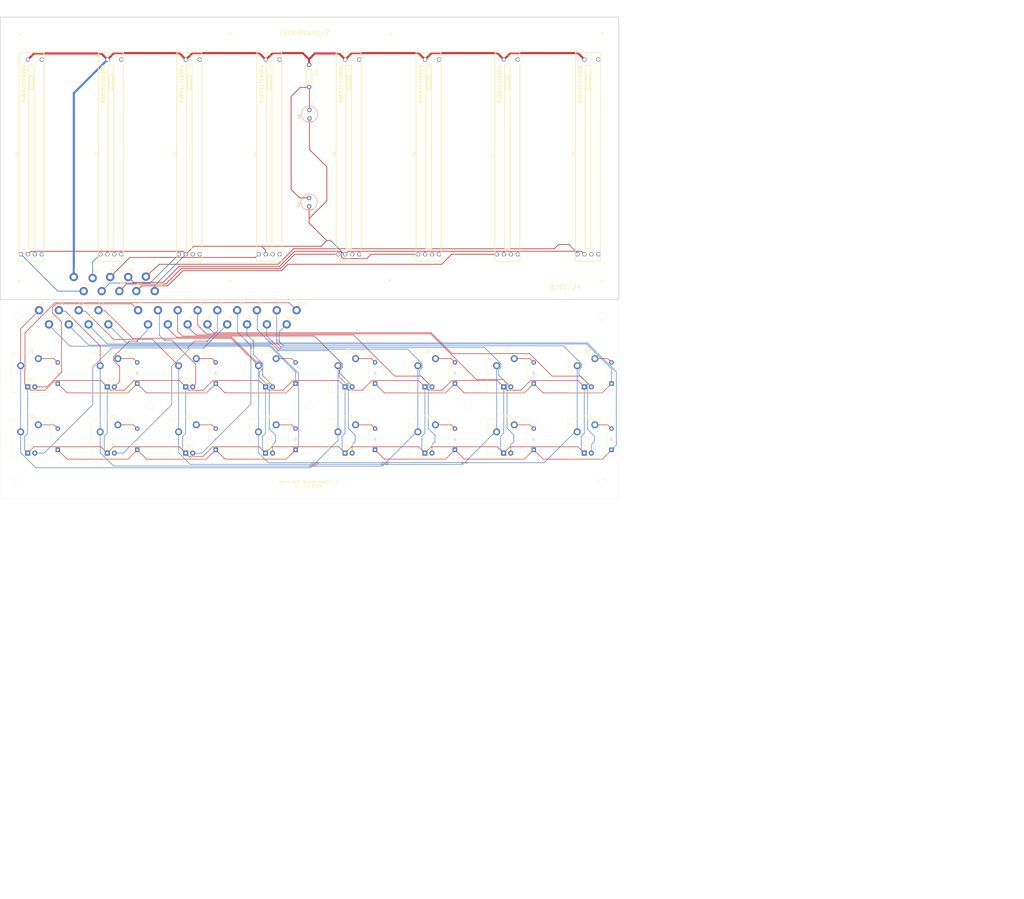
<source format=kicad_pcb>
(kicad_pcb (version 20240108) (generator "pcbnew") (generator_version "8.0")
  (layers (0 "F.Cu" signal) (31 "B.Cu" signal) (34 "B.Paste" user) (35 "F.Paste" user) (36 "B.SilkS" user "B.Silkscreen") (37 "F.SilkS" user "F.Silkscreen") (38 "B.Mask" user) (39 "F.Mask" user) (44 "Edge.Cuts" user))
  (net 0 "")
  (net 1 "Net-(D1-A)")
  (net 2 "Net-(D2-A)")
  (net 3 "Net-(D3-A)")
  (net 4 "Net-(D4-A)")
  (net 5 "Net-(D5-A)")
  (net 6 "Net-(D6-A)")
  (net 7 "Net-(D7-A)")
  (net 8 "Net-(D8-A)")
  (net 9 "Net-(D9-A)")
  (net 10 "Net-(D10-A)")
  (net 11 "Net-(D11-A)")
  (net 12 "Net-(D12-A)")
  (net 13 "Net-(D13-A)")
  (net 14 "Net-(D14-A)")
  (net 15 "Net-(D15-A)")
  (net 16 "Net-(D16-A)")
  (net 17 "Net-(D17-A)")
  (net 18 "Net-(D18-A)")
  (net 19 "Net-(D19-A)")
  (net 20 "Net-(D20-A)")
  (net 21 "Net-(D21-A)")
  (net 22 "Net-(D22-A)")
  (net 23 "Net-(D23-A)")
  (net 24 "Net-(D24-A)")
  (net 25 "Net-(D25-A)")
  (net 26 "Net-(D26-A)")
  (net 27 "Net-(D27-A)")
  (net 28 "Net-(D28-A)")
  (net 29 "Net-(D29-A)")
  (net 30 "Net-(D30-A)")
  (net 31 "Net-(D31-A)")
  (net 32 "Net-(D32-A)")
  (net 33 "Net-(C0-Pad1)")
  (net 34 "Net-(D1-K)")
  (net 35 "Net-(D5-K)")
  (net 36 "Net-(D10-K)")
  (net 37 "Net-(D13-K)")
  (net 38 "Net-(D17-K)")
  (net 39 "Net-(C1-Pad1)")
  (net 40 "Net-(C2-Pad1)")
  (net 41 "Net-(C3-Pad1)")
  (net 42 "F3_2")
  (net 43 "F1_3")
  (net 44 "GND")
  (net 45 "F8_2")
  (net 46 "F1_2")
  (net 47 "F2_2")
  (net 48 "F7_2")
  (net 49 "F6_2")
  (net 50 "F5_2")
  (net 51 "R1_2")
  (net 52 "F4_2")
  (footprint "THROUGH HOLE PAD 1.7MM HOLE 3.0MM PAD" (layer "F.Cu") (at 215.032373 189.257579)
    (property "Reference" "GND")
    (property "Value" "Pad 1.7mm Hole 3.0mm" (hide yes))
  )
  (footprint "LED_THT:LED_D3.0mm" (layer "F.Cu") (at 340.458373 223.688579)
    (property "Reference" "D23")
    (property "Value" "LED")
  )
  (footprint "CustomLib:THROUGH HOLE PAD 1.7MM HOLE 3.0MM PAD" (layer "F.Cu") (at 237.543373 196.129579)
    (property "Reference" "L8")
    (property "Value" "MountingHole_Pad" (hide yes))
  )
  (footprint "LED_THT:LED_D3.0mm" (layer "F.Cu") (at 254.858373 223.688579)
    (property "Reference" "D20")
    (property "Value" "LED")
  )
  (footprint "LED_THT:LED_D3.0mm" (layer "F.Cu") (at 169.388373 247.501079)
    (property "Reference" "D25")
    (property "Value" "LED")
  )
  (footprint "ScottoKeebs_MX:MX_PCB_1.00u" (layer "F.Cu") (at 256.128373 218.608579)
    (property "Reference" "S4")
    (property "Value" "Keyswitch")
  )
  (footprint "CustomLib:THROUGH HOLE PAD 1.7MM HOLE 3.0MM PAD" (layer "F.Cu") (at 184.143373 201.209579)
    (property "Reference" "R1")
    (property "Value" "MountingHole_Pad" (hide yes))
  )
  (footprint "ScottoKeebs_MX:MX_PCB_1.00u" (layer "F.Cu") (at 313.408373 218.608579)
    (property "Reference" "S6")
    (property "Value" "Keyswitch")
  )
  (footprint "CustomLib:THROUGH HOLE PAD 1.7MM HOLE 3.0MM PAD" (layer "F.Cu") (at 198.383373 201.209579)
    (property "Reference" "R3")
    (property "Value" "MountingHole_Pad" (hide yes))
  )
  (footprint "CustomLib:THROUGH HOLE PAD 1.7MM HOLE 3.0MM PAD" (layer "F.Cu") (at 219.743373 201.209579)
    (property "Reference" "L3")
    (property "Value" "MountingHole_Pad" (hide yes))
  )
  (footprint "CustomLib:THROUGH HOLE PAD 1.7MM HOLE 3.0MM PAD" (layer "F.Cu") (at 230.423373 196.129579)
    (property "Reference" "L6")
    (property "Value" "MountingHole_Pad" (hide yes))
  )
  (footprint "LED_THT:LED_D3.0mm" (layer "F.Cu") (at 226.158373 223.688579)
    (property "Reference" "D19")
    (property "Value" "LED")
  )
  (footprint "ALPS ALPINE 60MM" (layer "F.Cu") (at 199.284373 140.997579 90)
    (property "Reference" "F2")
    (property "Value" "RS6011Y1600Q" (hide yes))
  )
  (footprint "LED_THT:LED_D3.0mm" (layer "F.Cu") (at 369.418373 223.688579)
    (property "Reference" "D24")
    (property "Value" "LED")
  )
  (footprint "THROUGH HOLE PAD 1.7MM HOLE 3.0MM PAD" (layer "F.Cu") (at 185.949373 184.177579)
    (property "Reference" "5V")
    (property "Value" "Pad 1.7mm Hole 3.0mm" (hide yes))
  )
  (footprint "CustomLib:THROUGH HOLE PAD 1.7MM HOLE 3.0MM PAD" (layer "F.Cu") (at 187.703373 196.129579)
    (property "Reference" "C2")
    (property "Value" "MountingHole_Pad" (hide yes))
  )
  (footprint "ALPS ALPINE 60MM" (layer "F.Cu") (at 227.478373 140.997579 90)
    (property "Reference" "F3")
    (property "Value" "RS6011Y1600Q" (hide yes))
  )
  (footprint "CustomLib:THROUGH HOLE PAD 1.7MM HOLE 3.0MM PAD" (layer "F.Cu") (at 212.623373 201.209579)
    (property "Reference" "L1")
    (property "Value" "MountingHole_Pad" (hide yes))
  )
  (footprint "LED_THT:LED_D3.0mm" (layer "F.Cu") (at 283.438373 223.688579)
    (property "Reference" "D21")
    (property "Value" "LED")
  )
  (footprint "ALPS ALPINE 60MM" (layer "F.Cu") (at 284.755373 140.997579 90)
    (property "Reference" "F5")
    (property "Value" "RS6011Y1600Q" (hide yes))
  )
  (footprint "ScottoKeebs_MX:MX_PCB_1.00u" (layer "F.Cu") (at 227.428373 242.421079)
    (property "Reference" "S11")
    (property "Value" "Keyswitch")
  )
  (footprint "CustomLib:THROUGH HOLE PAD 1.7MM HOLE 3.0MM PAD" (layer "F.Cu") (at 258.903373 196.129579)
    (property "Reference" "L14")
    (property "Value" "MountingHole_Pad" (hide yes))
  )
  (footprint "CustomLib:THROUGH HOLE PAD 1.7MM HOLE 3.0MM PAD" (layer "F.Cu") (at 173.463373 196.129579)
    (property "Reference" "C0")
    (property "Value" "MountingHole_Pad" (hide yes))
  )
  (footprint "CustomLib:THROUGH HOLE PAD 1.7MM HOLE 3.0MM PAD" (layer "F.Cu") (at 262.463373 201.209579)
    (property "Reference" "L15")
    (property "Value" "MountingHole_Pad" (hide yes))
  )
  (footprint "LED_THT:LED_D3.0mm" (layer "F.Cu") (at 197.968373 247.501079)
    (property "Reference" "D26")
    (property "Value" "LED")
  )
  (footprint "ScottoKeebs_MX:MX_PCB_1.00u" (layer "F.Cu") (at 199.238373 242.421079)
    (property "Reference" "S10")
    (property "Value" "Keyswitch")
  )
  (footprint "ScottoKeebs_MX:MX_PCB_1.00u" (layer "F.Cu") (at 341.728373 242.421079)
    (property "Reference" "S15")
    (property "Value" "Keyswitch")
  )
  (footprint "THROUGH HOLE PAD 1.7MM HOLE 3.0MM PAD" (layer "F.Cu") (at 205.507373 184.177579)
    (property "Reference" "P6")
    (property "Value" "Pad 1.7mm Hole 3.0mm" (hide yes))
  )
  (footprint "ALPS ALPINE 60MM" (layer "F.Cu") (at 170.709373 140.997579 90)
    (property "Reference" "F1")
    (property "Value" "RS6011Y1600Q" (hide yes))
  )
  (footprint "CustomLib:THROUGH HOLE PAD 1.7MM HOLE 3.0MM PAD" (layer "F.Cu") (at 177.023373 201.209579)
    (property "Reference" "R0")
    (property "Value" "MountingHole_Pad" (hide yes))
  )
  (footprint "LED_THT:LED_D3.0mm" (layer "F.Cu") (at 312.138373 223.688579)
    (property "Reference" "D22")
    (property "Value" "LED")
  )
  (footprint "LED_THT:LED_D3.0mm" (layer "F.Cu") (at 197.968373 223.688579)
    (property "Reference" "D18")
    (property "Value" "LED")
  )
  (footprint "ScottoKeebs_MX:MX_PCB_1.00u" (layer "F.Cu") (at 284.708373 218.608579)
    (property "Reference" "S5")
    (property "Value" "Keyswitch")
  )
  (footprint "CustomLib:THROUGH HOLE PAD 1.7MM HOLE 3.0MM PAD" (layer "F.Cu") (at 223.303373 196.129579)
    (property "Reference" "L4")
    (property "Value" "MountingHole_Pad" (hide yes))
  )
  (footprint "CustomLib:THROUGH HOLE PAD 1.7MM HOLE 3.0MM PAD" (layer "F.Cu") (at 244.663373 196.129579)
    (property "Reference" "L10")
    (property "Value" "MountingHole_Pad" (hide yes))
  )
  (footprint "ALPS ALPINE 60MM" (layer "F.Cu") (at 256.180373 140.997579 90)
    (property "Reference" "F4")
    (property "Value" "RS6011Y1600Q" (hide yes))
  )
  (footprint "LED_THT:LED_D3.0mm" (layer "F.Cu") (at 312.138373 247.501079)
    (property "Reference" "D30")
    (property "Value" "LED")
  )
  (footprint "THROUGH HOLE PAD 1.7MM HOLE 3.0MM PAD" (layer "F.Cu") (at 211.857373 184.050579)
    (property "Reference" "P8")
    (property "Value" "Pad 1.7mm Hole 3.0mm" (hide yes))
  )
  (footprint "CustomLib:THROUGH HOLE PAD 1.7MM HOLE 3.0MM PAD" (layer "F.Cu") (at 216.183373 196.129579)
    (property "Reference" "L2")
    (property "Value" "MountingHole_Pad" (hide yes))
  )
  (footprint "CustomLib:THROUGH HOLE PAD 1.7MM HOLE 3.0MM PAD" (layer "F.Cu") (at 255.343373 201.209579)
    (property "Reference" "L13")
    (property "Value" "MountingHole_Pad" (hide yes))
  )
  (footprint "ScottoKeebs_MX:MX_PCB_1.00u" (layer "F.Cu") (at 170.658373 218.608579)
    (property "Reference" "S1")
    (property "Value" "Keyswitch")
  )
  (footprint "ScottoKeebs_MX:MX_PCB_1.00u" (layer "F.Cu") (at 227.428373 218.608579)
    (property "Reference" "S3")
    (property "Value" "Keyswitch")
  )
  (footprint "THROUGH HOLE RESISTOR" (layer "F.Cu") (at 270.531373 107.850579 -90)
    (property "Reference" "R1")
    (property "Value" "1KΩ" (hide yes))
  )
  (footprint "CustomLib:THROUGH HOLE PAD 1.7MM HOLE 3.0MM PAD" (layer "F.Cu") (at 209.063373 196.129579)
    (property "Reference" "L0")
    (property "Value" "MountingHole_Pad" (hide yes))
  )
  (footprint "LED_THT:LED_D3.0mm" (layer "F.Cu") (at 283.438373 247.501079)
    (property "Reference" "D29")
    (property "Value" "LED")
  )
  (footprint "ScottoKeebs_MX:MX_PCB_1.00u" (layer "F.Cu") (at 341.728373 218.608579)
    (property "Reference" "S7")
    (property "Value" "Keyswitch")
  )
  (footprint "ScottoKeebs_MX:MX_PCB_1.00u" (layer "F.Cu") (at 199.238373 218.608579)
    (property "Reference" "S2")
    (property "Value" "Keyswitch")
  )
  (footprint "THROUGH HOLE PAD 1.7MM HOLE 3.0MM PAD" (layer "F.Cu") (at 189.505373 189.257579)
    (property "Reference" "P1")
    (property "Value" "Pad 1.7mm Hole 3.0mm" (hide yes))
  )
  (footprint "CustomLib:THROUGH HOLE PAD 1.7MM HOLE 3.0MM PAD" (layer "F.Cu") (at 194.823373 196.129579)
    (property "Reference" "C3")
    (property "Value" "MountingHole_Pad" (hide yes))
  )
  (footprint "CustomLib:THROUGH HOLE PAD 1.7MM HOLE 3.0MM PAD" (layer "F.Cu") (at 266.023373 196.129579)
    (property "Reference" "GND1")
    (property "Value" "MountingHole_Pad" (hide yes))
  )
  (footprint "ALPS ALPINE 60MM" (layer "F.Cu") (at 341.778373 140.997579 90)
    (property "Reference" "F7")
    (property "Value" "RS6011Y1600Q" (hide yes))
  )
  (footprint "CustomLib:THROUGH HOLE PAD 1.7MM HOLE 3.0MM PAD" (layer "F.Cu") (at 248.223373 201.209579)
    (property "Reference" "L11")
    (property "Value" "MountingHole_Pad" (hide yes))
  )
  (footprint "ScottoKeebs_MX:MX_PCB_1.00u" (layer "F.Cu") (at 370.688373 242.421079)
    (property "Reference" "S16")
    (property "Value" "Keyswitch")
  )
  (footprint "THROUGH HOLE PAD 1.7MM HOLE 3.0MM PAD" (layer "F.Cu") (at 208.428373 189.257579)
    (property "Reference" "P7")
    (property "Value" "Pad 1.7mm Hole 3.0mm" (hide yes))
  )
  (footprint "LED_THT:LED_D3.0mm" (layer "F.Cu") (at 169.388373 223.688579)
    (property "Reference" "D17")
    (property "Value" "LED")
  )
  (footprint "THROUGH HOLE PAD 1.7MM HOLE 3.0MM PAD" (layer "F.Cu") (at 195.982373 189.257579)
    (property "Reference" "P3")
    (property "Value" "Pad 1.7mm Hole 3.0mm" (hide yes))
  )
  (footprint "ScottoKeebs_MX:MX_PCB_1.00u" (layer "F.Cu") (at 170.658373 242.421079)
    (property "Reference" "S9")
    (property "Value" "Keyswitch")
  )
  (footprint "LED_THT:LED_D3.0mm" (layer "F.Cu") (at 369.418373 247.501079)
    (property "Reference" "D32")
    (property "Value" "LED")
  )
  (footprint "ALPS ALPINE 60MM" (layer "F.Cu") (at 313.457373 140.997579 90)
    (property "Reference" "F6")
    (property "Value" "RS6011Y1600Q" (hide yes))
  )
  (footprint "THROUGH HOLE PAD 1.7MM HOLE 3.0MM PAD" (layer "F.Cu") (at 199.030373 184.177579)
    (property "Reference" "P4")
    (property "Value" "Pad 1.7mm Hole 3.0mm" (hide yes))
  )
  (footprint "LED_THT:LED_D3.0mm" (layer "F.Cu") (at 340.458373 247.501079)
    (property "Reference" "D31")
    (property "Value" "LED")
  )
  (footprint "LED_THT:LED_D3.0mm" (layer "F.Cu") (at 254.858373 247.501079)
    (property "Reference" "D28")
    (property "Value" "LED")
  )
  (footprint "CustomLib:THROUGH HOLE PAD 1.7MM HOLE 3.0MM PAD" (layer "F.Cu") (at 233.983373 201.209579)
    (property "Reference" "L7")
    (property "Value" "MountingHole_Pad" (hide yes))
  )
  (footprint "CustomLib:THROUGH HOLE PAD 1.7MM HOLE 3.0MM PAD" (layer "F.Cu") (at 180.583373 196.129579)
    (property "Reference" "C1")
    (property "Value" "MountingHole_Pad" (hide yes))
  )
  (footprint "ScottoKeebs_MX:MX_PCB_1.00u" (layer "F.Cu") (at 370.688373 218.608579)
    (property "Reference" "S8")
    (property "Value" "Keyswitch")
  )
  (footprint "THROUGH HOLE PAD 1.7MM HOLE 3.0MM PAD" (layer "F.Cu") (at 192.707173 184.568779)
    (property "Reference" "P2")
    (property "Value" "Pad 1.7mm Hole 3.0mm" (hide yes))
  )
  (footprint "CustomLib:THROUGH HOLE PAD 1.7MM HOLE 3.0MM PAD" (layer "F.Cu") (at 191.263373 201.209579)
    (property "Reference" "R2")
    (property "Value" "MountingHole_Pad" (hide yes))
  )
  (footprint "CustomLib:THROUGH HOLE PAD 1.7MM HOLE 3.0MM PAD" (layer "F.Cu") (at 241.103373 201.209579)
    (property "Reference" "L9")
    (property "Value" "MountingHole_Pad" (hide yes))
  )
  (footprint "ScottoKeebs_MX:MX_PCB_1.00u" (layer "F.Cu") (at 284.708373 242.421079)
    (property "Reference" "S13")
    (property "Value" "Keyswitch")
  )
  (footprint "ALPS ALPINE 60MM" (layer "F.Cu") (at 370.734373 140.997579 90)
    (property "Reference" "F8")
    (property "Value" "RS6011Y1600Q" (hide yes))
  )
  (footprint "CustomLib:THROUGH HOLE PAD 1.7MM HOLE 3.0MM PAD" (layer "F.Cu") (at 226.863373 201.209579)
    (property "Reference" "L5")
    (property "Value" "MountingHole_Pad" (hide yes))
  )
  (footprint "CustomLib:THROUGH HOLE PAD 1.7MM HOLE 3.0MM PAD" (layer "F.Cu") (at 251.783373 196.129579)
    (property "Reference" "L12")
    (property "Value" "MountingHole_Pad" (hide yes))
  )
  (footprint "LED_THT:LED_D3.0mm" (layer "F.Cu") (at 226.158373 247.501079)
    (property "Reference" "D27")
    (property "Value" "LED")
  )
  (footprint "ScottoKeebs_MX:MX_PCB_1.00u" (layer "F.Cu") (at 256.128373 242.421079)
    (property "Reference" "S12")
    (property "Value" "Keyswitch")
  )
  (footprint "ScottoKeebs_MX:MX_PCB_1.00u" (layer "F.Cu") (at 313.408373 242.421079)
    (property "Reference" "S14")
    (property "Value" "Keyswitch")
  )
  (footprint "THROUGH HOLE PAD 1.7MM HOLE 3.0MM PAD" (layer "F.Cu") (at 202.332373 189.257579)
    (property "Reference" "P5")
    (property "Value" "Pad 1.7mm Hole 3.0mm" (hide yes))
  )
  (footprint "ScottoKeebs_Components:Diode_DO-35" (layer "B.Cu") (at 322.933373 222.516079 90)
    (property "Reference" "D6" (hide yes))
    (property "Value" "Diode" (hide yes))
  )
  (footprint "ScottoKeebs_Components:Diode_DO-35" (layer "B.Cu") (at 379.213373 246.328579 90)
    (property "Reference" "D16" (hide yes))
    (property "Value" "Diode" (hide yes))
  )
  (footprint "ScottoKeebs_Components:Diode_DO-35" (layer "B.Cu") (at 351.263373 246.328579 90)
    (property "Reference" "D15" (hide yes))
    (property "Value" "Diode" (hide yes))
  )
  (footprint "ScottoKeebs_Components:Diode_DO-35" (layer "B.Cu") (at 322.933373 246.328579 90)
    (property "Reference" "D14" (hide yes))
    (property "Value" "Diode" (hide yes))
  )
  (footprint "ScottoKeebs_Components:Diode_DO-35" (layer "B.Cu") (at 236.953373 222.516079 90)
    (property "Reference" "D3" (hide yes))
    (property "Value" "Diode" (hide yes))
  )
  (footprint "ScottoKeebs_Components:Diode_DO-35" (layer "B.Cu") (at 265.653373 222.516079 90)
    (property "Reference" "D4" (hide yes))
    (property "Value" "Diode" (hide yes))
  )
  (footprint "ScottoKeebs_Components:Diode_DO-35" (layer "B.Cu") (at 180.183373 246.328579 90)
    (property "Reference" "D9" (hide yes))
    (property "Value" "Diode" (hide yes))
  )
  (footprint "LED-TH_LED-DP2-2LED-AMCC" (layer "B.Cu") (at 270.531373 157.253579 -90)
    (property "Reference" "D2")
    (property "Value" "LED" (hide yes))
  )
  (footprint "ScottoKeebs_Components:Diode_DO-35" (layer "B.Cu") (at 265.653373 246.328579 90)
    (property "Reference" "D12" (hide yes))
    (property "Value" "Diode" (hide yes))
  )
  (footprint "ScottoKeebs_Components:Diode_DO-35" (layer "B.Cu") (at 208.763373 246.328579 90)
    (property "Reference" "D10" (hide yes))
    (property "Value" "Diode" (hide yes))
  )
  (footprint "ScottoKeebs_Components:Diode_DO-35" (layer "B.Cu") (at 379.213373 222.516079 90)
    (property "Reference" "D8" (hide yes))
    (property "Value" "Diode" (hide yes))
  )
  (footprint "ScottoKeebs_Components:Diode_DO-35" (layer "B.Cu") (at 294.233373 222.516079 90)
    (property "Reference" "D5" (hide yes))
    (property "Value" "Diode" (hide yes))
  )
  (footprint "ScottoKeebs_Components:Diode_DO-35" (layer "B.Cu") (at 294.233373 246.328579 90)
    (property "Reference" "D13" (hide yes))
    (property "Value" "Diode" (hide yes))
  )
  (footprint "ScottoKeebs_Components:Diode_DO-35" (layer "B.Cu") (at 351.263373 222.516079 90)
    (property "Reference" "D7" (hide yes))
    (property "Value" "Diode" (hide yes))
  )
  (footprint "LED-TH_LED-DP2-2LED-AMCC" (layer "B.Cu") (at 270.658373 125.630579 -90)
    (property "Reference" "D1")
    (property "Value" "LED" (hide yes))
  )
  (footprint "ScottoKeebs_Components:Diode_DO-35" (layer "B.Cu") (at 208.763373 222.516079 90)
    (property "Reference" "D2" (hide yes))
    (property "Value" "Diode" (hide yes))
  )
  (footprint "ScottoKeebs_Components:Diode_DO-35" (layer "B.Cu") (at 236.953373 246.328579 90)
    (property "Reference" "D11" (hide yes))
    (property "Value" "Diode" (hide yes))
  )
  (footprint "ScottoKeebs_Components:Diode_DO-35" (layer "B.Cu") (at 180.183373 222.516079 90)
    (property "Reference" "D1" (hide yes))
    (property "Value" "Diode" (hide yes))
  )
  (gr_circle (center 213.333373 230.515079) (end 211.881748 230.515079) (stroke (width 0.05)) (fill none) (layer "Edge.Cuts"))
  (gr_line (start 381.797873 192.313579) (end 159.548373 192.313579) (stroke (width 0.254)) (layer "Edge.Cuts"))
  (gr_circle (center 270.418373 230.515079) (end 268.966748 230.515079) (stroke (width 0.05)) (fill none) (layer "Edge.Cuts"))
  (gr_line (start 381.797873 90.713679) (end 381.797873 192.313579) (stroke (width 0.254)) (layer "Edge.Cuts"))
  (gr_circle (center 165.548373 198.313579) (end 164.096748 198.313579) (stroke (width 0.05)) (fill none) (layer "Edge.Cuts"))
  (gr_rect (start 159.548373 192.313579) (end 381.798373 263.945579) (stroke (width 0.05)) (fill none) (layer "Edge.Cuts"))
  (gr_circle (center 375.888373 257.945579) (end 374.436748 257.945579) (stroke (width 0.05)) (fill none) (layer "Edge.Cuts"))
  (gr_line (start 159.548373 90.713679) (end 381.797873 90.713679) (stroke (width 0.254)) (layer "Edge.Cuts"))
  (gr_circle (center 327.568373 230.515079) (end 326.116748 230.515079) (stroke (width 0.05)) (fill none) (layer "Edge.Cuts"))
  (gr_circle (center 165.548373 257.945579) (end 164.096748 257.945579) (stroke (width 0.05)) (fill none) (layer "Edge.Cuts"))
  (gr_line (start 159.548373 192.313579) (end 159.548373 90.713679) (stroke (width 0.254)) (layer "Edge.Cuts"))
  (gr_circle (center 375.888373 198.313579) (end 374.436748 198.313579) (stroke (width 0.05)) (fill none) (layer "Edge.Cuts"))
  (gr_text "*" (at 298.725373 184.964979 0) (layer "F.SilkS") (effects (font (size 1.6256 1.6256) (thickness 0.2032)) (justify left top)))
  (gr_text "Micro Midi Button Matrix v1\n07/11/2024" (at 270.288373 260.025079 0) (layer "F.SilkS") (effects (font (size 1 1)) (justify bottom)))
  (gr_text "*" (at 298.979373 96.191979 0) (layer "F.SilkS") (effects (font (size 1.6256 1.6256) (thickness 0.2032)) (justify left top)))
  (gr_text "8/01/24" (at 356.891373 186.869979 0) (layer "F.SilkS") (effects (font (size 1.6256 1.6256) (thickness 0.2032)) (justify left top)))
  (gr_text "*" (at 165.756373 96.445979 0) (layer "F.SilkS") (effects (font (size 1.6256 1.6256) (thickness 0.2032)) (justify left top)))
  (gr_text "*" (at 165.502373 185.345979 0) (layer "F.SilkS") (effects (font (size 1.6256 1.6256) (thickness 0.2032)) (justify left top)))
  (gr_text "*" (at 374.925373 185.091979 0) (layer "F.SilkS") (effects (font (size 1.6256 1.6256) (thickness 0.2032)) (justify left top)))
  (gr_text "*" (at 375.179373 96.191979 0) (layer "F.SilkS") (effects (font (size 1.6256 1.6256) (thickness 0.2032)) (justify left top)))
  (gr_text "*" (at 241.448373 96.191979 0) (layer "F.SilkS") (effects (font (size 1.6256 1.6256) (thickness 0.2032)) (justify left top)))
  (gr_text "FaderBoard_v2" (at 259.863373 95.302979 0) (layer "F.SilkS") (effects (font (size 1.6256 1.6256) (thickness 0.2032)) (justify left top)))
  (gr_text "*" (at 241.448373 185.091979 0) (layer "F.SilkS") (effects (font (size 1.6256 1.6256) (thickness 0.2032)) (justify left top)))
  (segment (start 173.198373 213.528579) (end 173.198373 213.687329) (width 0.2) (layer "F.Cu") (net 1))
  (segment (start 173.198373 213.528579) (end 178.815873 213.528579) (width 0.2) (layer "F.Cu") (net 1))
  (segment (start 178.815873 213.528579) (end 180.183373 214.896079) (width 0.2) (layer "F.Cu") (net 1))
  (segment (start 173.198373 213.687329) (end 173.039623 213.846079) (width 0.2) (layer "F.Cu") (net 1))
  (segment (start 201.778373 213.528579) (end 207.395873 213.528579) (width 0.2) (layer "F.Cu") (net 2))
  (segment (start 207.395873 213.528579) (end 208.763373 214.896079) (width 0.2) (layer "F.Cu") (net 2))
  (segment (start 229.968373 213.528579) (end 235.585873 213.528579) (width 0.2) (layer "F.Cu") (net 3))
  (segment (start 235.585873 213.528579) (end 236.953373 214.896079) (width 0.2) (layer "F.Cu") (net 3))
  (segment (start 258.668373 213.528579) (end 264.285873 213.528579) (width 0.2) (layer "F.Cu") (net 4))
  (segment (start 264.285873 213.528579) (end 265.653373 214.896079) (width 0.2) (layer "F.Cu") (net 4))
  (segment (start 292.865873 213.528579) (end 294.233373 214.896079) (width 0.2) (layer "F.Cu") (net 5))
  (segment (start 287.248373 213.528579) (end 292.865873 213.528579) (width 0.2) (layer "F.Cu") (net 5))
  (segment (start 321.565873 213.528579) (end 322.933373 214.896079) (width 0.2) (layer "F.Cu") (net 6))
  (segment (start 315.948373 213.528579) (end 321.565873 213.528579) (width 0.2) (layer "F.Cu") (net 6))
  (segment (start 344.268373 213.528579) (end 349.895873 213.528579) (width 0.2) (layer "F.Cu") (net 7))
  (segment (start 349.895873 213.528579) (end 351.263373 214.896079) (width 0.2) (layer "F.Cu") (net 7))
  (segment (start 377.824623 213.528579) (end 379.192123 214.896079) (width 0.2) (layer "F.Cu") (net 8))
  (segment (start 373.228373 213.528579) (end 377.824623 213.528579) (width 0.2) (layer "F.Cu") (net 8))
  (segment (start 173.198373 237.341079) (end 178.815873 237.341079) (width 0.2) (layer "F.Cu") (net 9))
  (segment (start 178.815873 237.341079) (end 180.183373 238.708579) (width 0.2) (layer "F.Cu") (net 9))
  (segment (start 207.395873 237.341079) (end 208.763373 238.708579) (width 0.2) (layer "F.Cu") (net 10))
  (segment (start 201.778373 237.341079) (end 207.395873 237.341079) (width 0.2) (layer "F.Cu") (net 10))
  (segment (start 235.585873 237.341079) (end 236.953373 238.708579) (width 0.2) (layer "F.Cu") (net 11))
  (segment (start 229.968373 237.341079) (end 235.585873 237.341079) (width 0.2) (layer "F.Cu") (net 11))
  (segment (start 264.285873 237.341079) (end 265.653373 238.708579) (width 0.2) (layer "F.Cu") (net 12))
  (segment (start 258.668373 237.341079) (end 264.285873 237.341079) (width 0.2) (layer "F.Cu") (net 12))
  (segment (start 287.248373 237.341079) (end 292.865873 237.341079) (width 0.2) (layer "F.Cu") (net 13))
  (segment (start 292.865873 237.341079) (end 294.233373 238.708579) (width 0.2) (layer "F.Cu") (net 13))
  (segment (start 321.565873 237.341079) (end 322.933373 238.708579) (width 0.2) (layer "F.Cu") (net 14))
  (segment (start 315.948373 237.341079) (end 321.565873 237.341079) (width 0.2) (layer "F.Cu") (net 14))
  (segment (start 344.268373 237.341079) (end 349.895873 237.341079) (width 0.2) (layer "F.Cu") (net 15))
  (segment (start 349.895873 237.341079) (end 351.263373 238.708579) (width 0.2) (layer "F.Cu") (net 15))
  (segment (start 373.228373 237.341079) (end 377.845873 237.341079) (width 0.2) (layer "F.Cu") (net 16))
  (segment (start 377.845873 237.341079) (end 379.213373 238.708579) (width 0.2) (layer "F.Cu") (net 16))
  (segment (start 176.263169 223.688579) (end 181.536065 218.415683) (width 0.2) (layer "F.Cu") (net 17))
  (segment (start 178.283373 195.176887) (end 179.630681 193.829579) (width 0.2) (layer "F.Cu") (net 17))
  (segment (start 206.763373 193.829579) (end 209.063373 196.129579) (width 0.2) (layer "F.Cu") (net 17))
  (segment (start 171.928373 223.688579) (end 176.263169 223.688579) (width 0.2) (layer "F.Cu") (net 17))
  (segment (start 181.536065 218.415683) (end 181.536065 200.334963) (width 0.2) (layer "F.Cu") (net 17))
  (segment (start 181.536065 200.334963) (end 178.283373 197.082271) (width 0.2) (layer "F.Cu") (net 17))
  (segment (start 178.283373 197.082271) (end 178.283373 195.176887) (width 0.2) (layer "F.Cu") (net 17))
  (segment (start 179.630681 193.829579) (end 206.763373 193.829579) (width 0.2) (layer "F.Cu") (net 17))
  (segment (start 202.420405 221.776547) (end 200.508373 223.688579) (width 0.2) (layer "F.Cu") (net 18))
  (segment (start 200.228373 212.886547) (end 200.228373 214.170611) (width 0.2) (layer "F.Cu") (net 18))
  (segment (start 200.228373 214.170611) (end 202.420405 216.362643) (width 0.2) (layer "F.Cu") (net 18))
  (segment (start 205.844824 207.270096) (end 200.228373 212.886547) (width 0.2) (layer "F.Cu") (net 18))
  (segment (start 202.420405 216.362643) (end 202.420405 221.776547) (width 0.2) (layer "F.Cu") (net 18))
  (segment (start 208.688373 207.270096) (end 205.844824 207.270096) (width 0.2) (layer "F.Cu") (net 18))
  (via (at 208.688373 207.270096) (size 0.6) (drill 0.3) (layers "F.Cu" "B.Cu") (net 18))
  (segment (start 208.688373 207.270096) (end 208.688373 207.124783) (width 0.2) (layer "B.Cu") (net 18))
  (segment (start 212.289144 203.524012) (end 212.289144 201.543808) (width 0.2) (layer "B.Cu") (net 18))
  (segment (start 208.688373 207.124783) (end 212.289144 203.524012) (width 0.2) (layer "B.Cu") (net 18))
  (segment (start 212.289144 201.543808) (end 212.623373 201.209579) (width 0.2) (layer "B.Cu") (net 18))
  (segment (start 218.67951 206.812078) (end 221.029756 206.812078) (width 0.2) (layer "F.Cu") (net 19))
  (segment (start 218.667184 206.824404) (end 218.67951 206.812078) (width 0.2) (layer "F.Cu") (net 19))
  (segment (start 229.778373 215.560695) (end 229.778373 222.608579) (width 0.2) (layer "F.Cu") (net 19))
  (segment (start 221.029756 206.812078) (end 229.778373 215.560695) (width 0.2) (layer "F.Cu") (net 19))
  (segment (start 229.778373 222.608579) (end 228.698373 223.688579) (width 0.2) (layer "F.Cu") (net 19))
  (via (at 218.667184 206.824404) (size 0.6) (drill 0.3) (layers "F.Cu" "B.Cu") (net 19))
  (segment (start 216.739067 196.685273) (end 216.183373 196.129579) (width 0.2) (layer "B.Cu") (net 19))
  (segment (start 218.667184 206.824404) (end 218.393807 206.824404) (width 0.2) (layer "B.Cu") (net 19))
  (segment (start 216.739067 205.169664) (end 216.739067 196.685273) (width 0.2) (layer "B.Cu") (net 19))
  (segment (start 218.393807 206.824404) (end 216.739067 205.169664) (width 0.2) (layer "B.Cu") (net 19))
  (segment (start 219.738373 202.660385) (end 219.738373 201.214579) (width 0.2) (layer "F.Cu") (net 20))
  (segment (start 242.622568 205.824404) (end 222.902392 205.824404) (width 0.2) (layer "F.Cu") (net 20))
  (segment (start 253.778373 219.581981) (end 253.778373 217.635177) (width 0.2) (layer "F.Cu") (net 20))
  (segment (start 219.738373 201.214579) (end 219.743373 201.209579) (width 0.2) (layer "F.Cu") (net 20))
  (segment (start 253.868373 215.426547) (end 252.960405 214.518579) (width 0.2) (layer "F.Cu") (net 20))
  (segment (start 222.902392 205.824404) (end 219.738373 202.660385) (width 0.2) (layer "F.Cu") (net 20))
  (segment (start 257.398373 223.201981) (end 253.778373 219.581981) (width 0.2) (layer "F.Cu") (net 20))
  (segment (start 257.398373 223.688579) (end 257.398373 223.201981) (width 0.2) (layer "F.Cu") (net 20))
  (segment (start 251.316743 214.518579) (end 242.622568 205.824404) (width 0.2) (layer "F.Cu") (net 20))
  (segment (start 252.960405 214.518579) (end 251.316743 214.518579) (width 0.2) (layer "F.Cu") (net 20))
  (segment (start 253.868373 217.545177) (end 253.868373 215.426547) (width 0.2) (layer "F.Cu") (net 20))
  (segment (start 253.778373 217.635177) (end 253.868373 217.545177) (width 0.2) (layer "F.Cu") (net 20))
  (segment (start 272.44623 205.424404) (end 224.981476 205.424404) (width 0.2) (layer "F.Cu") (net 21))
  (segment (start 223.248373 196.184579) (end 223.303373 196.129579) (width 0.2) (layer "F.Cu") (net 21))
  (segment (start 223.248373 203.691301) (end 223.248373 196.184579) (width 0.2) (layer "F.Cu") (net 21))
  (segment (start 281.540405 217.618579) (end 282.448373 216.710611) (width 0.2) (layer "F.Cu") (net 21))
  (segment (start 224.981476 205.424404) (end 223.248373 203.691301) (width 0.2) (layer "F.Cu") (net 21))
  (segment (start 282.448373 216.710611) (end 282.448373 215.426547) (width 0.2) (layer "F.Cu") (net 21))
  (segment (start 285.978373 223.205194) (end 281.540405 218.767226) (width 0.2) (layer "F.Cu") (net 21))
  (segment (start 281.540405 218.767226) (end 281.540405 217.618579) (width 0.2) (layer "F.Cu") (net 21))
  (segment (start 282.448373 215.426547) (end 272.44623 205.424404) (width 0.2) (layer "F.Cu") (net 21))
  (segment (start 285.978373 223.688579) (end 285.978373 223.205194) (width 0.2) (layer "F.Cu") (net 21))
  (segment (start 301.316863 219.833579) (end 286.507688 205.024404) (width 0.2) (layer "F.Cu") (net 22))
  (segment (start 310.823373 219.833579) (end 301.316863 219.833579) (width 0.2) (layer "F.Cu") (net 22))
  (segment (start 314.678373 223.688579) (end 310.823373 219.833579) (width 0.2) (layer "F.Cu") (net 22))
  (segment (start 286.507688 205.024404) (end 229.81723 205.024404) (width 0.2) (layer "F.Cu") (net 22))
  (segment (start 229.81723 205.024404) (end 226.863373 202.070547) (width 0.2) (layer "F.Cu") (net 22))
  (segment (start 226.863373 202.070547) (end 226.863373 201.209579) (width 0.2) (layer "F.Cu") (net 22))
  (segment (start 230.484777 198.813579) (end 230.484777 196.190983) (width 0.2) (layer "F.Cu") (net 23))
  (segment (start 230.484777 201.487364) (end 230.484777 198.813579) (width 0.2) (layer "F.Cu") (net 23))
  (segment (start 330.609008 221.016079) (end 314.217333 204.624404) (width 0.2) (layer "F.Cu") (net 23))
  (segment (start 233.621817 204.624404) (end 230.484777 201.487364) (width 0.2) (layer "F.Cu") (net 23))
  (segment (start 340.325873 221.016079) (end 330.609008 221.016079) (width 0.2) (layer "F.Cu") (net 23))
  (segment (start 230.484777 196.190983) (end 230.423373 196.129579) (width 0.2) (layer "F.Cu") (net 23))
  (segment (start 314.217333 204.624404) (end 233.621817 204.624404) (width 0.2) (layer "F.Cu") (net 23))
  (segment (start 342.998373 223.688579) (end 340.325873 221.016079) (width 0.2) (layer "F.Cu") (net 23))
  (segment (start 321.900708 211.742094) (end 317.20615 207.047536) (width 0.2) (layer "F.Cu") (net 24))
  (segment (start 371.958373 223.688579) (end 368.103373 219.833579) (width 0.2) (layer "F.Cu") (net 24))
  (segment (start 357.869324 219.833579) (end 349.777839 211.742094) (width 0.2) (layer "F.Cu") (net 24))
  (segment (start 236.242609 204.224404) (end 233.983373 201.965168) (width 0.2) (layer "F.Cu") (net 24))
  (segment (start 314.383019 204.224404) (end 236.242609 204.224404) (width 0.2) (layer "F.Cu") (net 24))
  (segment (start 349.777839 211.742094) (end 321.900708 211.742094) (width 0.2) (layer "F.Cu") (net 24))
  (segment (start 317.20615 207.047536) (end 314.383019 204.224404) (width 0.2) (layer "F.Cu") (net 24))
  (segment (start 233.983373 201.965168) (end 233.983373 201.209579) (width 0.2) (layer "F.Cu") (net 24))
  (segment (start 368.103373 219.833579) (end 357.869324 219.833579) (width 0.2) (layer "F.Cu") (net 24))
  (segment (start 226.976296 209.650809) (end 226.976296 209.670096) (width 0.2) (layer "F.Cu") (net 25))
  (segment (start 233.851944 207.292456) (end 229.334649 207.292456) (width 0.2) (layer "F.Cu") (net 25))
  (segment (start 229.334649 207.292456) (end 226.976296 209.650809) (width 0.2) (layer "F.Cu") (net 25))
  (segment (start 233.874304 207.270096) (end 233.851944 207.292456) (width 0.2) (layer "F.Cu") (net 25))
  (via (at 233.874304 207.270096) (size 0.6) (drill 0.3) (layers "F.Cu" "B.Cu") (net 25))
  (via (at 226.976296 209.670096) (size 0.6) (drill 0.3) (layers "F.Cu" "B.Cu") (net 25))
  (segment (start 237.548373 196.134579) (end 237.543373 196.129579) (width 0.2) (layer "B.Cu") (net 25))
  (segment (start 199.634824 209.670096) (end 192.758731 216.546189) (width 0.2) (layer "B.Cu") (net 25))
  (segment (start 233.874304 207.261805) (end 237.548373 203.587736) (width 0.2) (layer "B.Cu") (net 25))
  (segment (start 237.548373 203.587736) (end 237.548373 196.134579) (width 0.2) (layer "B.Cu") (net 25))
  (segment (start 226.976296 209.670096) (end 199.634824 209.670096) (width 0.2) (layer "B.Cu") (net 25))
  (segment (start 175.295078 247.501079) (end 171.928373 247.501079) (width 0.2) (layer "B.Cu") (net 25))
  (segment (start 192.758731 216.546189) (end 192.758731 230.037426) (width 0.2) (layer "B.Cu") (net 25))
  (segment (start 233.874304 207.270096) (end 233.874304 207.261805) (width 0.2) (layer "B.Cu") (net 25))
  (segment (start 192.758731 230.037426) (end 175.295078 247.501079) (width 0.2) (layer "B.Cu") (net 25))
  (segment (start 235.059008 207.270096) (end 235.059008 207.272517) (width 0.2) (layer "F.Cu") (net 26))
  (segment (start 232.661429 209.670096) (end 232.661249 209.670096) (width 0.2) (layer "F.Cu") (net 26))
  (segment (start 235.059008 207.272517) (end 232.661429 209.670096) (width 0.2) (layer "F.Cu") (net 26))
  (via (at 235.059008 207.270096) (size 0.6) (drill 0.3) (layers "F.Cu" "B.Cu") (net 26))
  (via (at 232.661249 209.670096) (size 0.6) (drill 0.3) (layers "F.Cu" "B.Cu") (net 26))
  (segment (start 238.315518 204.024036) (end 238.315518 203.997434) (width 0.2) (layer "B.Cu") (net 26))
  (segment (start 238.315518 203.997434) (end 241.103373 201.209579) (width 0.2) (layer "B.Cu") (net 26))
  (segment (start 232.661249 209.670096) (end 227.824824 209.670096) (width 0.2) (layer "B.Cu") (net 26))
  (segment (start 235.061429 207.270096) (end 238.307489 204.024036) (width 0.2) (layer "B.Cu") (net 26))
  (segment (start 203.725087 247.501079) (end 200.508373 247.501079) (width 0.2) (layer "B.Cu") (net 26))
  (segment (start 235.059008 207.270096) (end 235.061429 207.270096) (width 0.2) (layer "B.Cu") (net 26))
  (segment (start 227.824824 209.670096) (end 221.123373 216.371547) (width 0.2) (layer "B.Cu") (net 26))
  (segment (start 238.307489 204.024036) (end 238.315518 204.024036) (width 0.2) (layer "B.Cu") (net 26))
  (segment (start 221.123373 230.102793) (end 203.725087 247.501079) (width 0.2) (layer "B.Cu") (net 26))
  (segment (start 221.123373 216.371547) (end 221.123373 230.102793) (width 0.2) (layer "B.Cu") (net 26))
  (segment (start 249.581247 209.670096) (end 249.581247 208.816365) (width 0.2) (layer "F.Cu") (net 27))
  (segment (start 249.581247 208.816365) (end 248.034978 207.270096) (width 0.2) (layer "F.Cu") (net 27))
  (via (at 248.034978 207.270096) (size 0.6) (drill 0.3) (layers "F.Cu" "B.Cu") (net 27))
  (via (at 249.581247 209.670096) (size 0.6) (drill 0.3) (layers "F.Cu" "B.Cu") (net 27))
  (segment (start 244.780889 204.016007) (end 244.780889 196.247095) (width 0.2) (layer "B.Cu") (net 27))
  (segment (start 248.034978 207.270096) (end 244.780889 204.016007) (width 0.2) (layer "B.Cu") (net 27))
  (segment (start 249.581247 209.670096) (end 249.588219 209.677068) (width 0.2) (layer "B.Cu") (net 27))
  (segment (start 249.588219 229.912176) (end 231.928967 247.571428) (width 0.2) (layer "B.Cu") (net 27))
  (segment (start 249.588219 209.677068) (end 249.588219 229.912176) (width 0.2) (layer "B.Cu") (net 27))
  (segment (start 231.928967 247.571428) (end 228.768722 247.571428) (width 0.2) (layer "B.Cu") (net 27))
  (segment (start 228.768722 247.571428) (end 228.698373 247.501079) (width 0.2) (layer "B.Cu") (net 27))
  (segment (start 244.780889 196.247095) (end 244.663373 196.129579) (width 0.2) (layer "B.Cu") (net 27))
  (segment (start 250.516865 207.277481) (end 250.50948 207.270096) (width 0.2) (layer "F.Cu") (net 28))
  (segment (start 250.516865 209.670096) (end 250.516865 207.277481) (width 0.2) (layer "F.Cu") (net 28))
  (via (at 250.516865 209.670096) (size 0.6) (drill 0.3) (layers "F.Cu" "B.Cu") (net 28))
  (via (at 250.50948 207.270096) (size 0.6) (drill 0.3) (layers "F.Cu" "B.Cu") (net 28))
  (segment (start 252.718373 220.20435) (end 255.002602 222.488579) (width 0.2) (layer "B.Cu") (net 28))
  (segment (start 253.868373 217.10326) (end 252.718373 218.25326) (width 0.2) (layer "B.Cu") (net 28))
  (segment (start 248.170844 201.262108) (end 248.223373 201.209579) (width 0.2) (layer "B.Cu") (net 28))
  (segment (start 255.002602 222.488579) (end 256.058373 222.488579) (width 0.2) (layer "B.Cu") (net 28))
  (segment (start 250.498624 212.056798) (end 253.868373 215.426547) (width 0.2) (layer "B.Cu") (net 28))
  (segment (start 257.398373 244.474481) (end 257.398373 247.501079) (width 0.2) (layer "B.Cu") (net 28))
  (segment (start 256.198373 238.778579) (end 258.478373 241.058579) (width 0.2) (layer "B.Cu") (net 28))
  (segment (start 253.868373 215.426547) (end 253.868373 217.10326) (width 0.2) (layer "B.Cu") (net 28))
  (segment (start 250.516865 209.670096) (end 250.498624 209.688337) (width 0.2) (layer "B.Cu") (net 28))
  (segment (start 252.718373 218.25326) (end 252.718373 220.20435) (width 0.2) (layer "B.Cu") (net 28))
  (segment (start 256.058373 222.488579) (end 256.198373 222.628579) (width 0.2) (layer "B.Cu") (net 28))
  (segment (start 256.198373 222.628579) (end 256.198373 238.778579) (width 0.2) (layer "B.Cu") (net 28))
  (segment (start 258.478373 243.394481) (end 257.398373 244.474481) (width 0.2) (layer "B.Cu") (net 28))
  (segment (start 258.478373 241.058579) (end 258.478373 243.394481) (width 0.2) (layer "B.Cu") (net 28))
  (segment (start 250.50948 207.270096) (end 248.170844 204.93146) (width 0.2) (layer "B.Cu") (net 28))
  (segment (start 250.498624 209.688337) (end 250.498624 212.056798) (width 0.2) (layer "B.Cu") (net 28))
  (segment (start 248.170844 204.93146) (end 248.170844 201.262108) (width 0.2) (layer "B.Cu") (net 28))
  (segment (start 256.054774 207.270096) (end 259.361023 210.576345) (width 0.2) (layer "F.Cu") (net 29))
  (segment (start 259.361023 210.576345) (end 259.361023 210.576346) (width 0.2) (layer "F.Cu") (net 29))
  (via (at 256.054774 207.270096) (size 0.6) (drill 0.3) (layers "F.Cu" "B.Cu") (net 29))
  (via (at 259.361023 210.576346) (size 0.6) (drill 0.3) (layers "F.Cu" "B.Cu") (net 29))
  (segment (start 284.638373 238.636406) (end 287.058373 241.056406) (width 0.2) (layer "B.Cu") (net 29))
  (segment (start 259.361023 210.576346) (end 259.42696 210.642283) (width 0.2) (layer "B.Cu") (net 29))
  (segment (start 287.058373 243.394481) (end 285.978373 244.474481) (width 0.2) (layer "B.Cu") (net 29))
  (segment (start 251.900618 196.246824) (end 251.783373 196.129579) (width 0.2) (layer "B.Cu") (net 29))
  (segment (start 285.978373 244.474481) (end 285.978373 247.501079) (width 0.2) (layer "B.Cu") (net 29))
  (segment (start 277.664109 210.642283) (end 282.448373 215.426547) (width 0.2) (layer "B.Cu") (net 29))
  (segment (start 283.76629 222.488579) (end 284.638373 222.488579) (width 0.2) (layer "B.Cu") (net 29))
  (segment (start 282.448373 216.710611) (end 281.298373 217.860611) (width 0.2) (layer "B.Cu") (net 29))
  (segment (start 259.42696 210.642283) (end 277.664109 210.642283) (width 0.2) (layer "B.Cu") (net 29))
  (segment (start 282.448373 215.426547) (end 282.448373 216.710611) (width 0.2) (layer "B.Cu") (net 29))
  (segment (start 284.638373 222.488579) (end 284.638373 238.636406) (width 0.2) (layer "B.Cu") (net 29))
  (segment (start 281.298373 217.860611) (end 281.298373 220.020662) (width 0.2) (layer "B.Cu") (net 29))
  (segment (start 256.054774 207.270096) (end 251.900618 203.11594) (width 0.2) (layer "B.Cu") (net 29))
  (segment (start 251.900618 203.11594) (end 251.900618 196.246824) (width 0.2) (layer "B.Cu") (net 29))
  (segment (start 287.058373 241.056406) (end 287.058373 243.394481) (width 0.2) (layer "B.Cu") (net 29))
  (segment (start 281.298373 220.020662) (end 283.76629 222.488579) (width 0.2) (layer "B.Cu") (net 29))
  (segment (start 257.180435 207.270096) (end 257.76751 207.857171) (width 0.2) (layer "F.Cu") (net 30))
  (segment (start 257.76751 207.870095) (end 259.939698 210.042283) (width 0.2) (layer "F.Cu") (net 30))
  (segment (start 259.939698 210.042283) (end 259.956658 210.042283) (width 0.2) (layer "F.Cu") (net 30))
  (segment (start 257.76751 207.857171) (end 257.76751 207.870095) (width 0.2) (layer "F.Cu") (net 30))
  (via (at 259.956658 210.042283) (size 0.6) (drill 0.3) (layers "F.Cu" "B.Cu") (net 30))
  (via (at 257.180435 207.270096) (size 0.6) (drill 0.3) (layers "F.Cu" "B.Cu") (net 30))
  (segment (start 257.145993 207.270096) (end 255.2608 205.384903) (width 0.2) (layer "B.Cu") (net 30))
  (segment (start 311.148373 215.426547) (end 311.148373 216.710611) (width 0.2) (layer "B.Cu") (net 30))
  (segment (start 260.031795 210.11742) (end 305.839246 210.11742) (width 0.2) (layer "B.Cu") (net 30))
  (segment (start 313.338373 238.641953) (end 315.758373 241.061953) (width 0.2) (layer "B.Cu") (net 30))
  (segment (start 259.956658 210.042283) (end 260.031795 210.11742) (width 0.2) (layer "B.Cu") (net 30))
  (segment (start 314.678373 244.474481) (end 314.678373 247.501079) (width 0.2) (layer "B.Cu") (net 30))
  (segment (start 257.180435 207.270096) (end 257.145993 207.270096) (width 0.2) (layer "B.Cu") (net 30))
  (segment (start 310.240405 219.390611) (end 313.338373 222.488579) (width 0.2) (layer "B.Cu") (net 30))
  (segment (start 315.758373 241.061953) (end 315.758373 243.394481) (width 0.2) (layer "B.Cu") (net 30))
  (segment (start 305.839246 210.11742) (end 311.148373 215.426547) (width 0.2) (layer "B.Cu") (net 30))
  (segment (start 315.758373 243.394481) (end 314.678373 244.474481) (width 0.2) (layer "B.Cu") (net 30))
  (segment (start 255.2608 201.292152) (end 255.343373 201.209579) (width 0.2) (layer "B.Cu") (net 30))
  (segment (start 311.148373 216.710611) (end 310.240405 217.618579) (width 0.2) (layer "B.Cu") (net 30))
  (segment (start 310.240405 217.618579) (end 310.240405 219.390611) (width 0.2) (layer "B.Cu") (net 30))
  (segment (start 255.2608 205.384903) (end 255.2608 201.292152) (width 0.2) (layer "B.Cu") (net 30))
  (segment (start 313.338373 222.488579) (end 313.338373 238.641953) (width 0.2) (layer "B.Cu") (net 30))
  (segment (start 258.868373 207.09509) (end 258.868373 207.822704) (width 0.2) (layer "F.Cu") (net 31))
  (segment (start 258.868373 207.822704) (end 260.515765 209.470096) (width 0.2) (layer "F.Cu") (net 31))
  (via (at 258.868373 207.09509) (size 0.6) (drill 0.3) (layers "F.Cu" "B.Cu") (net 31))
  (via (at 260.515765 209.470096) (size 0.6) (drill 0.3) (layers "F.Cu" "B.Cu") (net 31))
  (segment (start 339.468373 216.710611) (end 338.560405 217.618579) (width 0.2) (layer "B.Cu") (net 31))
  (segment (start 344.078373 240.956752) (end 344.078373 243.394481) (width 0.2) (layer "B.Cu") (net 31))
  (segment (start 258.868373 207.09509) (end 258.868373 196.164579) (width 0.2) (layer "B.Cu") (net 31))
  (segment (start 338.560405 219.390611) (end 341.658373 222.488579) (width 0.2) (layer "B.Cu") (net 31))
  (segment (start 260.515765 209.470096) (end 260.568742 209.523073) (width 0.2) (layer "B.Cu") (net 31))
  (segment (start 339.468373 215.426547) (end 339.468373 216.710611) (width 0.2) (layer "B.Cu") (net 31))
  (segment (start 338.560405 217.618579) (end 338.560405 219.390611) (width 0.2) (layer "B.Cu") (net 31))
  (segment (start 260.568742 209.523073) (end 333.564899 209.523073) (width 0.2) (layer "B.Cu") (net 31))
  (segment (start 333.564899 209.523073) (end 339.468373 215.426547) (width 0.2) (layer "B.Cu") (net 31))
  (segment (start 341.658373 238.536752) (end 344.078373 240.956752) (width 0.2) (layer "B.Cu") (net 31))
  (segment (start 341.658373 222.488579) (end 341.658373 238.536752) (width 0.2) (layer "B.Cu") (net 31))
  (segment (start 258.868373 196.164579) (end 258.903373 196.129579) (width 0.2) (layer "B.Cu") (net 31))
  (segment (start 342.998373 244.474481) (end 342.998373 247.501079) (width 0.2) (layer "B.Cu") (net 31))
  (segment (start 344.078373 243.394481) (end 342.998373 244.474481) (width 0.2) (layer "B.Cu") (net 31))
  (segment (start 259.778373 207.434667) (end 261.214924 208.871218) (width 0.2) (layer "F.Cu") (net 32))
  (segment (start 259.778373 207.132582) (end 259.778373 207.434667) (width 0.2) (layer "F.Cu") (net 32))
  (via (at 261.214924 208.871218) (size 0.6) (drill 0.3) (layers "F.Cu" "B.Cu") (net 32))
  (via (at 259.778373 207.132582) (size 0.6) (drill 0.3) (layers "F.Cu" "B.Cu") (net 32))
  (segment (start 373.038373 241.403082) (end 373.038373 243.394481) (width 0.2) (layer "B.Cu") (net 32))
  (segment (start 368.428373 215.426547) (end 368.428373 216.710611) (width 0.2) (layer "B.Cu") (net 32))
  (segment (start 367.520405 219.390611) (end 370.618373 222.488579) (width 0.2) (layer "B.Cu") (net 32))
  (segment (start 259.778373 207.132582) (end 259.778373 203.894579) (width 0.2) (layer "B.Cu") (net 32))
  (segment (start 370.618373 222.488579) (end 370.618373 238.983082) (width 0.2) (layer "B.Cu") (net 32))
  (segment (start 259.778373 203.894579) (end 262.463373 201.209579) (width 0.2) (layer "B.Cu") (net 32))
  (segment (start 261.214924 208.871218) (end 261.245651 208.901945) (width 0.2) (layer "B.Cu") (net 32))
  (segment (start 371.958373 244.474481) (end 371.958373 247.501079) (width 0.2) (layer "B.Cu") (net 32))
  (segment (start 368.428373 216.710611) (end 367.520405 217.618579) (width 0.2) (layer "B.Cu") (net 32))
  (segment (start 367.520405 217.618579) (end 367.520405 219.390611) (width 0.2) (layer "B.Cu") (net 32))
  (segment (start 370.618373 238.983082) (end 373.038373 241.403082) (width 0.2) (layer "B.Cu") (net 32))
  (segment (start 373.038373 243.394481) (end 371.958373 244.474481) (width 0.2) (layer "B.Cu") (net 32))
  (segment (start 261.245651 208.901945) (end 361.903771 208.901945) (width 0.2) (layer "B.Cu") (net 32))
  (segment (start 361.903771 208.901945) (end 368.428373 215.426547) (width 0.2) (layer "B.Cu") (net 32))
  (segment (start 166.848373 216.068579) (end 166.848373 202.744579) (width 0.2) (layer "F.Cu") (net 33))
  (segment (start 166.848373 202.744579) (end 173.463373 196.129579) (width 0.2) (layer "F.Cu") (net 33))
  (segment (start 271.036584 252.778201) (end 280.898373 242.916412) (width 0.2) (layer "B.Cu") (net 33))
  (segment (start 166.848373 239.881079) (end 166.848373 247.32065) (width 0.2) (layer "B.Cu") (net 33))
  (segment (start 166.848373 239.881079) (end 166.848373 216.068579) (width 0.2) (layer "B.Cu") (net 33))
  (segment (start 166.848373 247.32065) (end 172.305924 252.778201) (width 0.2) (layer "B.Cu") (net 33))
  (segment (start 280.898373 216.068579) (end 280.898373 239.881079) (width 0.2) (layer "B.Cu") (net 33))
  (segment (start 280.898373 242.916412) (end 280.898373 239.881079) (width 0.2) (layer "B.Cu") (net 33))
  (segment (start 172.305924 252.778201) (end 271.036584 252.778201) (width 0.2) (layer "B.Cu") (net 33))
  (segment (start 180.183373 222.516079) (end 183.505873 225.838579) (width 0.2) (layer "F.Cu") (net 34))
  (segment (start 212.085873 225.838579) (end 233.630873 225.838579) (width 0.2) (layer "F.Cu") (net 34))
  (segment (start 233.630873 225.838579) (end 236.953373 222.516079) (width 0.2) (layer "F.Cu") (net 34))
  (segment (start 183.505873 225.838579) (end 205.440873 225.838579) (width 0.2) (layer "F.Cu") (net 34))
  (segment (start 205.440873 225.838579) (end 208.763373 222.516079) (width 0.2) (layer "F.Cu") (net 34))
  (segment (start 262.330873 225.838579) (end 265.653373 222.516079) (width 0.2) (layer "F.Cu") (net 34))
  (segment (start 240.275873 225.838579) (end 262.330873 225.838579) (width 0.2) (layer "F.Cu") (net 34))
  (segment (start 208.763373 222.516079) (end 212.085873 225.838579) (width 0.2) (layer "F.Cu") (net 34))
  (segment (start 236.953373 222.516079) (end 240.275873 225.838579) (width 0.2) (layer "F.Cu") (net 34))
  (segment (start 184.58389 209.070096) (end 177.023373 201.509579) (width 0.2) (layer "B.Cu") (net 34))
  (segment (start 265.653373 218.321547) (end 256.401922 209.070096) (width 0.2) (layer "B.Cu") (net 34))
  (segment (start 265.653373 222.516079) (end 265.653373 218.321547) (width 0.2) (layer "B.Cu") (net 34))
  (segment (start 177.023373 201.509579) (end 177.023373 201.209579) (width 0.2) (layer "B.Cu") (net 34))
  (segment (start 256.401922 209.070096) (end 184.58389 209.070096) (width 0.2) (layer "B.Cu") (net 34))
  (segment (start 294.233373 222.516079) (end 297.555873 225.838579) (width 0.2) (layer "F.Cu") (net 35))
  (segment (start 379.213373 222.516079) (end 379.306373 222.609079) (width 0.2) (layer "F.Cu") (net 35))
  (segment (start 326.255873 225.838579) (end 347.940873 225.838579) (width 0.2) (layer "F.Cu") (net 35))
  (segment (start 354.585873 225.838579) (end 375.890873 225.838579) (width 0.2) (layer "F.Cu") (net 35))
  (segment (start 351.263373 222.516079) (end 354.585873 225.838579) (width 0.2) (layer "F.Cu") (net 35))
  (segment (start 347.940873 225.838579) (end 351.263373 222.516079) (width 0.2) (layer "F.Cu") (net 35))
  (segment (start 319.610873 225.838579) (end 322.933373 222.516079) (width 0.2) (layer "F.Cu") (net 35))
  (segment (start 375.890873 225.838579) (end 379.213373 222.516079) (width 0.2) (layer "F.Cu") (net 35))
  (segment (start 322.933373 222.516079) (end 326.255873 225.838579) (width 0.2) (layer "F.Cu") (net 35))
  (segment (start 297.555873 225.838579) (end 319.610873 225.838579) (width 0.2) (layer "F.Cu") (net 35))
  (segment (start 379.248373 222.516079) (end 379.248373 217.273579) (width 0.2) (layer "B.Cu") (net 35))
  (segment (start 379.248373 217.273579) (end 370.24489 208.270096) (width 0.2) (layer "B.Cu") (net 35))
  (segment (start 198.052663 208.270096) (end 191.263373 201.480806) (width 0.2) (layer "B.Cu") (net 35))
  (segment (start 370.24489 208.270096) (end 198.052663 208.270096) (width 0.2) (layer "B.Cu") (net 35))
  (segment (start 191.263373 201.480806) (end 191.263373 201.209579) (width 0.2) (layer "B.Cu") (net 35))
  (segment (start 236.953373 246.328579) (end 236.988373 246.328579) (width 0.2) (layer "F.Cu") (net 36))
  (segment (start 240.349373 249.689579) (end 262.292373 249.689579) (width 0.2) (layer "F.Cu") (net 36))
  (segment (start 208.763373 246.328579) (end 212.124373 249.689579) (width 0.2) (layer "F.Cu") (net 36))
  (segment (start 205.402373 249.689579) (end 208.763373 246.328579) (width 0.2) (layer "F.Cu") (net 36))
  (segment (start 183.544373 249.689579) (end 205.402373 249.689579) (width 0.2) (layer "F.Cu") (net 36))
  (segment (start 180.183373 246.328579) (end 183.544373 249.689579) (width 0.2) (layer "F.Cu") (net 36))
  (segment (start 236.988373 246.328579) (end 240.349373 249.689579) (width 0.2) (layer "F.Cu") (net 36))
  (segment (start 262.292373 249.689579) (end 265.653373 246.328579) (width 0.2) (layer "F.Cu") (net 36))
  (segment (start 233.592373 249.689579) (end 236.953373 246.328579) (width 0.2) (layer "F.Cu") (net 36))
  (segment (start 212.124373 249.689579) (end 233.592373 249.689579) (width 0.2) (layer "F.Cu") (net 36))
  (segment (start 265.653373 246.328579) (end 266.753373 245.228579) (width 0.2) (layer "B.Cu") (net 36))
  (segment (start 191.2853 208.670096) (end 184.143373 201.528169) (width 0.2) (layer "B.Cu") (net 36))
  (segment (start 266.753373 218.855861) (end 256.567608 208.670096) (width 0.2) (layer "B.Cu") (net 36))
  (segment (start 184.143373 201.528169) (end 184.143373 201.209579) (width 0.2) (layer "B.Cu") (net 36))
  (segment (start 266.753373 245.228579) (end 266.753373 218.855861) (width 0.2) (layer "B.Cu") (net 36))
  (segment (start 256.567608 208.670096) (end 191.2853 208.670096) (width 0.2) (layer "B.Cu") (net 36))
  (segment (start 294.233373 246.328579) (end 297.594373 249.689579) (width 0.2) (layer "F.Cu") (net 37))
  (segment (start 326.294373 249.689579) (end 347.902373 249.689579) (width 0.2) (layer "F.Cu") (net 37))
  (segment (start 297.594373 249.689579) (end 319.572373 249.689579) (width 0.2) (layer "F.Cu") (net 37))
  (segment (start 351.263373 246.328579) (end 354.624373 249.689579) (width 0.2) (layer "F.Cu") (net 37))
  (segment (start 375.952373 249.689579) (end 379.213373 246.428579) (width 0.2) (layer "F.Cu") (net 37))
  (segment (start 354.624373 249.689579) (end 375.952373 249.689579) (width 0.2) (layer "F.Cu") (net 37))
  (segment (start 319.572373 249.689579) (end 322.933373 246.328579) (width 0.2) (layer "F.Cu") (net 37))
  (segment (start 379.213373 246.428579) (end 379.213373 246.328579) (width 0.2) (layer "F.Cu") (net 37))
  (segment (start 347.902373 249.689579) (end 351.263373 246.328579) (width 0.2) (layer "F.Cu") (net 37))
  (segment (start 322.933373 246.328579) (end 326.294373 249.689579) (width 0.2) (layer "F.Cu") (net 37))
  (segment (start 198.383373 201.209579) (end 198.383373 201.378579) (width 0.2) (layer "B.Cu") (net 37))
  (segment (start 198.383373 201.378579) (end 204.87489 207.870096) (width 0.2) (layer "B.Cu") (net 37))
  (segment (start 380.938373 218.313579) (end 380.938373 244.603579) (width 0.2) (layer "B.Cu") (net 37))
  (segment (start 204.87489 207.870096) (end 370.49489 207.870096) (width 0.2) (layer "B.Cu") (net 37))
  (segment (start 380.938373 244.603579) (end 379.213373 246.328579) (width 0.2) (layer "B.Cu") (net 37))
  (segment (start 370.49489 207.870096) (end 380.938373 218.313579) (width 0.2) (layer "B.Cu") (net 37))
  (segment (start 256.054318 224.888579) (end 261.181404 224.888579) (width 0.2) (layer "F.Cu") (net 38))
  (segment (start 309.865873 245.228579) (end 312.138373 247.501079) (width 0.2) (layer "F.Cu") (net 38))
  (segment (start 226.158373 223.688579) (end 226.158373 223.701618) (width 0.2) (layer "F.Cu") (net 38))
  (segment (start 340.458373 223.688579) (end 341.658373 224.888579) (width 0.2) (layer "F.Cu") (net 38))
  (segment (start 168.308373 217.610991) (end 168.398373 217.520991) (width 0.2) (layer "F.Cu") (net 38))
  (segment (start 195.695873 245.228579) (end 197.968373 247.501079) (width 0.2) (layer "F.Cu") (net 38))
  (segment (start 369.418373 247.501079) (end 367.145873 245.228579) (width 0.2) (layer "F.Cu") (net 38))
  (segment (start 283.438373 247.501079) (end 285.710873 245.228579) (width 0.2) (layer "F.Cu") (net 38))
  (segment (start 200.240873 245.228579) (end 223.885873 245.228579) (width 0.2) (layer "F.Cu") (net 38))
  (segment (start 235.853373 245.228579) (end 252.585873 245.228579) (width 0.2) (layer "F.Cu") (net 38))
  (segment (start 254.858373 223.688579) (end 254.858373 223.692634) (width 0.2) (layer "F.Cu") (net 38))
  (segment (start 346.645484 224.888579) (end 350.117984 221.416079) (width 0.2) (layer "F.Cu") (net 38))
  (segment (start 223.885873 221.416079) (end 226.158373 223.688579) (width 0.2) (layer "F.Cu") (net 38))
  (segment (start 199.180835 224.888579) (end 204.119446 224.888579) (width 0.2) (layer "F.Cu") (net 38))
  (segment (start 318.358755 224.888579) (end 321.831255 221.416079) (width 0.2) (layer "F.Cu") (net 38))
  (segment (start 169.388373 223.688579) (end 168.308373 222.608579) (width 0.2) (layer "F.Cu") (net 38))
  (segment (start 232.471566 224.888579) (end 235.944066 221.416079) (width 0.2) (layer "F.Cu") (net 38))
  (segment (start 314.410873 245.228579) (end 338.185873 245.228579) (width 0.2) (layer "F.Cu") (net 38))
  (segment (start 179.232373 193.429579) (end 263.323373 193.429579) (width 0.2) (layer "F.Cu") (net 38))
  (segment (start 232.380873 248.701079) (end 235.853373 245.228579) (width 0.2) (layer "F.Cu") (net 38))
  (segment (start 285.710873 245.228579) (end 309.865873 245.228579) (width 0.2) (layer "F.Cu") (net 38))
  (segment (start 254.858373 223.692634) (end 256.054318 224.888579) (width 0.2) (layer "F.Cu") (net 38))
  (segment (start 281.165873 221.416079) (end 283.438373 223.688579) (width 0.2) (layer "F.Cu") (net 38))
  (segment (start 257.130873 245.228579) (end 281.165873 245.228579) (width 0.2) (layer "F.Cu") (net 38))
  (segment (start 283.438373 223.688579) (end 284.638373 224.888579) (width 0.2) (layer "F.Cu") (net 38))
  (segment (start 226.158373 247.501079) (end 227.358373 248.701079) (width 0.2) (layer "F.Cu") (net 38))
  (segment (start 197.968373 247.501079) (end 200.240873 245.228579) (width 0.2) (layer "F.Cu") (net 38))
  (segment (start 313.338373 224.888579) (end 318.358755 224.888579) (width 0.2) (layer "F.Cu") (net 38))
  (segment (start 175.628855 224.888579) (end 179.101355 221.416079) (width 0.2) (layer "F.Cu") (net 38))
  (segment (start 338.185873 245.228579) (end 340.458373 247.501079) (width 0.2) (layer "F.Cu") (net 38))
  (segment (start 367.145873 245.228579) (end 342.730873 245.228579) (width 0.2) (layer "F.Cu") (net 38))
  (segment (start 309.865873 221.416079) (end 312.138373 223.688579) (width 0.2) (layer "F.Cu") (net 38))
  (segment (start 289.660873 224.888579) (end 293.133373 221.416079) (width 0.2) (layer "F.Cu") (net 38))
  (segment (start 168.308373 222.608579) (end 168.308373 217.610991) (width 0.2) (layer "F.Cu") (net 38))
  (segment (start 226.158373 223.701618) (end 227.345334 224.888579) (width 0.2) (layer "F.Cu") (net 38))
  (segment (start 179.101355 221.416079) (end 195.695873 221.416079) (width 0.2) (layer "F.Cu") (net 38))
  (segment (start 252.585873 245.228579) (end 254.858373 247.501079) (width 0.2) (layer "F.Cu") (net 38))
  (segment (start 264.653904 221.416079) (end 281.165873 221.416079) (width 0.2) (layer "F.Cu") (net 38))
  (segment (start 235.944066 221.416079) (end 252.585873 221.416079) (width 0.2) (layer "F.Cu") (net 38))
  (segment (start 170.588373 224.888579) (end 175.628855 224.888579) (width 0.2) (layer "F.Cu") (net 38))
  (segment (start 169.388373 223.688579) (end 170.588373 224.888579) (width 0.2) (layer "F.Cu") (net 38))
  (segment (start 338.185873 221.416079) (end 340.458373 223.688579) (width 0.2) (layer "F.Cu") (net 38))
  (segment (start 321.831255 221.416079) (end 338.185873 221.416079) (width 0.2) (layer "F.Cu") (net 38))
  (segment (start 197.968373 223.688579) (end 197.980835 223.688579) (width 0.2) (layer "F.Cu") (net 38))
  (segment (start 284.638373 224.888579) (end 289.660873 224.888579) (width 0.2) (layer "F.Cu") (net 38))
  (segment (start 168.398373 217.520991) (end 168.398373 204.263579) (width 0.2) (layer "F.Cu") (net 38))
  (segment (start 195.695873 221.416079) (end 197.968373 223.688579) (width 0.2) (layer "F.Cu") (net 38))
  (segment (start 312.138373 247.501079) (end 314.410873 245.228579) (width 0.2) (layer "F.Cu") (net 38))
  (segment (start 168.398373 204.263579) (end 179.232373 193.429579) (width 0.2) (layer "F.Cu") (net 38))
  (segment (start 169.388373 247.501079) (end 171.660873 245.228579) (width 0.2) (layer "F.Cu") (net 38))
  (segment (start 252.585873 221.416079) (end 254.858373 223.688579) (width 0.2) (layer "F.Cu") (net 38))
  (segment (start 312.138373 223.688579) (end 313.338373 224.888579) (width 0.2) (layer "F.Cu") (net 38))
  (segment (start 342.730873 245.228579) (end 340.458373 247.501079) (width 0.2) (layer "F.Cu") (net 38))
  (segment (start 227.345334 224.888579) (end 232.471566 224.888579) (width 0.2) (layer "F.Cu") (net 38))
  (segment (start 367.145873 221.416079) (end 369.418373 223.688579) (width 0.2) (layer "F.Cu") (net 38))
  (segment (start 261.181404 224.888579) (end 264.653904 221.416079) (width 0.2) (layer "F.Cu") (net 38))
  (segment (start 254.858373 247.501079) (end 257.130873 245.228579) (width 0.2) (layer "F.Cu") (net 38))
  (segment (start 293.133373 221.416079) (end 309.865873 221.416079) (width 0.2) (layer "F.Cu") (net 38))
  (segment (start 263.323373 193.429579) (end 266.023373 196.129579) (width 0.2) (layer "F.Cu") (net 38))
  (segment (start 207.591946 221.416079) (end 223.885873 221.416079) (width 0.2) (layer "F.Cu") (net 38))
  (segment (start 350.117984 221.416079) (end 367.145873 221.416079) (width 0.2) (layer "F.Cu") (net 38))
  (segment (start 204.119446 224.888579) (end 207.591946 221.416079) (width 0.2) (layer "F.Cu") (net 38))
  (segment (start 281.165873 245.228579) (end 283.438373 247.501079) (width 0.2) (layer "F.Cu") (net 38))
  (segment (start 227.358373 248.701079) (end 232.380873 248.701079) (width 0.2) (layer "F.Cu") (net 38))
  (segment (start 197.980835 223.688579) (end 199.180835 224.888579) (width 0.2) (layer "F.Cu") (net 38))
  (segment (start 171.660873 245.228579) (end 195.695873 245.228579) (width 0.2) (layer "F.Cu") (net 38))
  (segment (start 223.885873 245.228579) (end 226.158373 247.501079) (width 0.2) (layer "F.Cu") (net 38))
  (segment (start 341.658373 224.888579) (end 346.645484 224.888579) (width 0.2) (layer "F.Cu") (net 38))
  (segment (start 197.968373 240.367677) (end 196.888373 241.447677) (width 0.2) (layer "B.Cu") (net 38))
  (segment (start 339.378373 246.421079) (end 340.458373 247.501079) (width 0.2) (layer "B.Cu") (net 38))
  (segment (start 168.308373 241.447677) (end 168.308373 246.421079) (width 0.2) (layer "B.Cu") (net 38))
  (segment (start 168.308373 246.421079) (end 169.388373 247.501079) (width 0.2) (layer "B.Cu") (net 38))
  (segment (start 169.388373 240.367677) (end 168.308373 241.447677) (width 0.2) (layer "B.Cu") (net 38))
  (segment (start 226.158373 240.367677) (end 225.078373 241.447677) (width 0.2) (layer "B.Cu") (net 38))
  (segment (start 339.378373 241.447677) (end 339.378373 246.421079) (width 0.2) (layer "B.Cu") (net 38))
  (segment (start 369.418373 240.367677) (end 368.338373 241.447677) (width 0.2) (layer "B.Cu") (net 38))
  (segment (start 282.358373 246.421079) (end 283.438373 247.501079) (width 0.2) (layer "B.Cu") (net 38))
  (segment (start 253.778373 241.447677) (end 253.778373 246.421079) (width 0.2) (layer "B.Cu") (net 38))
  (segment (start 340.458373 223.688579) (end 340.458373 240.367677) (width 0.2) (layer "B.Cu") (net 38))
  (segment (start 369.418373 223.688579) (end 369.418373 240.367677) (width 0.2) (layer "B.Cu") (net 38))
  (segment (start 197.968373 223.688579) (end 197.968373 240.367677) (width 0.2) (layer "B.Cu") (net 38))
  (segment (start 311.058373 246.421079) (end 312.138373 247.501079) (width 0.2) (layer "B.Cu") (net 38))
  (segment (start 225.078373 246.421079) (end 226.158373 247.501079) (width 0.2) (layer "B.Cu") (net 38))
  (segment (start 253.778373 246.421079) (end 254.858373 247.501079) (width 0.2) (layer "B.Cu") (net 38))
  (segment (start 226.158373 223.688579) (end 226.158373 240.367677) (width 0.2) (layer "B.Cu") (net 38))
  (segment (start 254.858373 223.688579) (end 254.858373 240.367677) (width 0.2) (layer "B.Cu") (net 38))
  (segment (start 283.438373 223.688579) (end 283.438373 240.367677) (width 0.2) (layer "B.Cu") (net 38))
  (segment (start 368.338373 241.447677) (end 368.338373 246.421079) (width 0.2) (layer "B.Cu") (net 38))
  (segment (start 368.338373 246.421079) (end 369.418373 247.501079) (width 0.2) (layer "B.Cu") (net 38))
  (segment (start 196.888373 246.421079) (end 197.968373 247.501079) (width 0.2) (layer "B.Cu") (net 38))
  (segment (start 169.388373 223.688579) (end 169.388373 240.367677) (width 0.2) (layer "B.Cu") (net 38))
  (segment (start 283.438373 240.367677) (end 282.358373 241.447677) (width 0.2) (layer "B.Cu") (net 38))
  (segment (start 282.358373 241.447677) (end 282.358373 246.421079) (width 0.2) (layer "B.Cu") (net 38))
  (segment (start 311.058373 241.447677) (end 311.058373 246.421079) (width 0.2) (layer "B.Cu") (net 38))
  (segment (start 254.858373 240.367677) (end 253.778373 241.447677) (width 0.2) (layer "B.Cu") (net 38))
  (segment (start 340.458373 240.367677) (end 339.378373 241.447677) (width 0.2) (layer "B.Cu") (net 38))
  (segment (start 312.138373 240.367677) (end 311.058373 241.447677) (width 0.2) (layer "B.Cu") (net 38))
  (segment (start 225.078373 241.447677) (end 225.078373 246.421079) (width 0.2) (layer "B.Cu") (net 38))
  (segment (start 312.138373 223.688579) (end 312.138373 240.367677) (width 0.2) (layer "B.Cu") (net 38))
  (segment (start 196.888373 241.447677) (end 196.888373 246.421079) (width 0.2) (layer "B.Cu") (net 38))
  (segment (start 195.428373 208.977982) (end 182.883373 196.432982) (width 0.2) (layer "F.Cu") (net 39))
  (segment (start 180.886776 196.432982) (end 180.583373 196.129579) (width 0.2) (layer "F.Cu") (net 39))
  (segment (start 182.883373 196.432982) (end 180.886776 196.432982) (width 0.2) (layer "F.Cu") (net 39))
  (segment (start 270.722238 252.174359) (end 272.488931 252.174359) (width 0.2) (layer "F.Cu") (net 39))
  (segment (start 195.428373 216.068579) (end 195.428373 208.977982) (width 0.2) (layer "F.Cu") (net 39))
  (via (at 272.488931 252.174359) (size 0.6) (drill 0.3) (layers "F.Cu" "B.Cu") (net 39))
  (via (at 270.722238 252.174359) (size 0.6) (drill 0.3) (layers "F.Cu" "B.Cu") (net 39))
  (segment (start 195.428373 247.361079) (end 200.241653 252.174359) (width 0.2) (layer "B.Cu") (net 39))
  (segment (start 309.598373 216.068579) (end 309.598373 239.881079) (width 0.2) (layer "B.Cu") (net 39))
  (segment (start 195.428373 239.881079) (end 195.428373 247.361079) (width 0.2) (layer "B.Cu") (net 39))
  (segment (start 296.842681 252.174359) (end 272.488931 252.174359) (width 0.2) (layer "B.Cu") (net 39))
  (segment (start 309.598373 239.881079) (end 309.135961 239.881079) (width 0.2) (layer "B.Cu") (net 39))
  (segment (start 195.428373 216.068579) (end 195.428373 239.881079) (width 0.2) (layer "B.Cu") (net 39))
  (segment (start 309.135961 239.881079) (end 296.842681 252.174359) (width 0.2) (layer "B.Cu") (net 39))
  (segment (start 200.241653 252.174359) (end 270.722238 252.174359) (width 0.2) (layer "B.Cu") (net 39))
  (segment (start 190.094164 196.484263) (end 188.058057 196.484263) (width 0.2) (layer "F.Cu") (net 40))
  (segment (start 188.058057 196.484263) (end 187.703373 196.129579) (width 0.2) (layer "F.Cu") (net 40))
  (segment (start 214.163373 206.613579) (end 200.22348 206.613579) (width 0.2) (layer "F.Cu") (net 40))
  (segment (start 200.22348 206.613579) (end 190.094164 196.484263) (width 0.2) (layer "F.Cu") (net 40))
  (segment (start 298.555484 251.556165) (end 296.581718 251.556165) (width 0.2) (layer "F.Cu") (net 40))
  (segment (start 271.41009 251.556165) (end 271.400973 251.565282) (width 0.2) (layer "F.Cu") (net 40))
  (segment (start 298.562269 251.56295) (end 298.555484 251.556165) (width 0.2) (layer "F.Cu") (net 40))
  (segment (start 273.156124 251.556165) (end 271.41009 251.556165) (width 0.2) (layer "F.Cu") (net 40))
  (segment (start 223.618373 216.068579) (end 214.163373 206.613579) (width 0.2) (layer "F.Cu") (net 40))
  (via (at 296.581718 251.556165) (size 0.6) (drill 0.3) (layers "F.Cu" "B.Cu") (net 40))
  (via (at 273.156124 251.556165) (size 0.6) (drill 0.3) (layers "F.Cu" "B.Cu") (net 40))
  (via (at 271.400973 251.565282) (size 0.6) (drill 0.3) (layers "F.Cu" "B.Cu") (net 40))
  (via (at 298.562269 251.56295) (size 0.6) (drill 0.3) (layers "F.Cu" "B.Cu") (net 40))
  (segment (start 298.580504 251.544715) (end 325.792325 251.544715) (width 0.2) (layer "B.Cu") (net 40))
  (segment (start 223.618373 247.361079) (end 227.822576 251.565282) (width 0.2) (layer "B.Cu") (net 40))
  (segment (start 227.822576 251.565282) (end 271.400973 251.565282) (width 0.2) (layer "B.Cu") (net 40))
  (segment (start 325.792325 251.544715) (end 337.455961 239.881079) (width 0.2) (layer "B.Cu") (net 40))
  (segment (start 296.581718 251.556165) (end 273.156124 251.556165) (width 0.2) (layer "B.Cu") (net 40))
  (segment (start 337.918373 216.068579) (end 337.918373 239.881079) (width 0.2) (layer "B.Cu") (net 40))
  (segment (start 337.455961 239.881079) (end 337.918373 239.881079) (width 0.2) (layer "B.Cu") (net 40))
  (segment (start 223.618373 216.068579) (end 223.618373 239.881079) (width 0.2) (layer "B.Cu") (net 40))
  (segment (start 223.618373 239.881079) (end 223.618373 247.361079) (width 0.2) (layer "B.Cu") (net 40))
  (segment (start 298.562269 251.56295) (end 298.580504 251.544715) (width 0.2) (layer "B.Cu") (net 40))
  (segment (start 327.237639 250.944715) (end 327.239247 250.946323) (width 0.2) (layer "F.Cu") (net 41))
  (segment (start 214.339884 206.224404) (end 214.329059 206.213579) (width 0.2) (layer "F.Cu") (net 41))
  (segment (start 252.301057 216.068579) (end 242.456882 206.224404) (width 0.2) (layer "F.Cu") (net 41))
  (segment (start 298.922608 250.942961) (end 298.983031 250.882538) (width 0.2) (layer "F.Cu") (net 41))
  (segment (start 197.152384 196.321431) (end 195.015225 196.321431) (width 0.2) (layer "F.Cu") (net 41))
  (segment (start 207.044532 206.213579) (end 197.152384 196.321431) (width 0.2) (layer "F.Cu") (net 41))
  (segment (start 195.015225 196.321431) (end 194.823373 196.129579) (width 0.2) (layer "F.Cu") (net 41))
  (segment (start 273.72258 250.940734) (end 272.025555 250.940734) (width 0.2) (layer "F.Cu") (net 41))
  (segment (start 252.318373 216.068579) (end 252.301057 216.068579) (width 0.2) (layer "F.Cu") (net 41))
  (segment (start 297.217439 250.942961) (end 298.922608 250.942961) (width 0.2) (layer "F.Cu") (net 41))
  (segment (start 325.482957 250.944715) (end 327.237639 250.944715) (width 0.2) (layer "F.Cu") (net 41))
  (segment (start 214.329059 206.213579) (end 207.044532 206.213579) (width 0.2) (layer "F.Cu") (net 41))
  (segment (start 242.456882 206.224404) (end 214.339884 206.224404) (width 0.2) (layer "F.Cu") (net 41))
  (via (at 297.217439 250.942961) (size 0.6) (drill 0.3) (layers "F.Cu" "B.Cu") (net 41))
  (via (at 325.482957 250.944715) (size 0.6) (drill 0.3) (layers "F.Cu" "B.Cu") (net 41))
  (via (at 273.72258 250.940734) (size 0.6) (drill 0.3) (layers "F.Cu" "B.Cu") (net 41))
  (via (at 327.239247 250.946323) (size 0.6) (drill 0.3) (layers "F.Cu" "B.Cu") (net 41))
  (via (at 272.025555 250.940734) (size 0.6) (drill 0.3) (layers "F.Cu" "B.Cu") (net 41))
  (via (at 298.983031 250.882538) (size 0.6) (drill 0.3) (layers "F.Cu" "B.Cu") (net 41))
  (segment (start 252.318373 247.361079) (end 252.318373 239.881079) (width 0.2) (layer "B.Cu") (net 41))
  (segment (start 366.100061 239.881079) (end 366.878373 239.881079) (width 0.2) (layer "B.Cu") (net 41))
  (segment (start 272.025555 250.940734) (end 272.020996 250.945293) (width 0.2) (layer "B.Cu") (net 41))
  (segment (start 252.318373 216.068579) (end 252.318373 239.881079) (width 0.2) (layer "B.Cu") (net 41))
  (segment (start 255.902587 250.945293) (end 252.318373 247.361079) (width 0.2) (layer "B.Cu") (net 41))
  (segment (start 298.983031 250.882538) (end 325.42078 250.882538) (width 0.2) (layer "B.Cu") (net 41))
  (segment (start 325.42078 250.882538) (end 325.482957 250.944715) (width 0.2) (layer "B.Cu") (net 41))
  (segment (start 272.020996 250.945293) (end 255.902587 250.945293) (width 0.2) (layer "B.Cu") (net 41))
  (segment (start 297.217439 250.942961) (end 297.215212 250.940734) (width 0.2) (layer "B.Cu") (net 41))
  (segment (start 297.215212 250.940734) (end 273.72258 250.940734) (width 0.2) (layer "B.Cu") (net 41))
  (segment (start 355.034817 250.946323) (end 366.100061 239.881079) (width 0.2) (layer "B.Cu") (net 41))
  (segment (start 327.239247 250.946323) (end 355.034817 250.946323) (width 0.2) (layer "B.Cu") (net 41))
  (segment (start 366.878373 216.068579) (end 366.878373 239.881079) (width 0.2) (layer "B.Cu") (net 41))
  (segment (start 213.376073 186.349779) (end 198.890173 186.349779) (width 0.254) (layer "B.Cu") (net 42))
  (segment (start 198.890173 186.349779) (end 195.982373 189.257579) (width 0.254) (layer "B.Cu") (net 42))
  (segment (start 223.728373 175.997479) (end 213.376073 186.349779) (width 0.254) (layer "B.Cu") (net 42))
  (segment (start 340.528673 105.998879) (end 338.189373 103.659579) (width 0.75) (layer "F.Cu") (net 43))
  (segment (start 198.034673 105.998879) (end 195.822373 103.786579) (width 0.75) (layer "F.Cu") (net 43))
  (segment (start 223.889373 103.659579) (end 200.371473 103.659579) (width 0.75) (layer "F.Cu") (net 43))
  (segment (start 256.434373 104.675579) (end 254.930473 105.997679) (width 0.75) (layer "F.Cu") (net 43))
  (segment (start 312.207673 105.998879) (end 309.868373 103.659579) (width 0.75) (layer "F.Cu") (net 43))
  (segment (start 281.326373 103.786579) (end 281.326373 103.818579) (width 0.75) (layer "F.Cu") (net 43))
  (segment (start 257.450373 103.659579) (end 256.434373 104.675579) (width 0.75) (layer "F.Cu") (net 43))
  (segment (start 367.145373 103.659579) (end 342.865473 103.659579) (width 0.75) (layer "F.Cu") (net 43))
  (segment (start 171.669473 103.786579) (end 169.459673 105.998879) (width 0.75) (layer "F.Cu") (net 43))
  (segment (start 268.245373 103.659579) (end 257.450373 103.659579) (width 0.75) (layer "F.Cu") (net 43))
  (segment (start 342.865473 103.659579) (end 340.528673 105.998879) (width 0.75) (layer "F.Cu") (net 43))
  (segment (start 338.189373 103.659579) (end 314.544473 103.659579) (width 0.75) (layer "F.Cu") (net 43))
  (segment (start 252.591373 103.659579) (end 228.565473 103.659579) (width 0.75) (layer "F.Cu") (net 43))
  (segment (start 226.228673 105.998879) (end 223.889373 103.659579) (width 0.75) (layer "F.Cu") (net 43))
  (segment (start 228.565473 103.659579) (end 226.228673 105.998879) (width 0.75) (layer "F.Cu") (net 43))
  (segment (start 314.544473 103.659579) (end 312.207673 105.998879) (width 0.75) (layer "F.Cu") (net 43))
  (segment (start 270.531373 105.945579) (end 268.245373 103.659579) (width 0.75) (layer "F.Cu") (net 43))
  (segment (start 285.842473 103.659579) (end 283.505673 105.998879) (width 0.75) (layer "F.Cu") (net 43))
  (segment (start 200.371473 103.659579) (end 198.034673 105.998879) (width 0.75) (layer "F.Cu") (net 43))
  (segment (start 309.868373 103.659579) (end 285.842473 103.659579) (width 0.75) (layer "F.Cu") (net 43))
  (segment (start 270.531373 105.945579) (end 270.531373 105.818579) (width 0.75) (layer "F.Cu") (net 43))
  (segment (start 195.822373 103.786579) (end 171.669473 103.786579) (width 0.75) (layer "F.Cu") (net 43))
  (segment (start 369.484673 105.998879) (end 367.145373 103.659579) (width 0.75) (layer "F.Cu") (net 43))
  (segment (start 270.531373 105.818579) (end 272.563373 103.786579) (width 0.75) (layer "F.Cu") (net 43))
  (segment (start 281.326373 103.818579) (end 283.505473 105.997679) (width 0.75) (layer "F.Cu") (net 43))
  (segment (start 270.531373 107.850579) (end 270.531373 105.945579) (width 0.75) (layer "F.Cu") (net 43))
  (segment (start 272.563373 103.786579) (end 281.326373 103.786579) (width 0.75) (layer "F.Cu") (net 43))
  (segment (start 254.930673 105.998879) (end 252.591373 103.659579) (width 0.75) (layer "F.Cu") (net 43))
  (segment (start 198.034473 105.997679) (end 185.949373 118.082679) (width 0.75) (layer "B.Cu") (net 43))
  (segment (start 185.949373 118.082679) (end 185.949373 184.177579) (width 0.75) (layer "B.Cu") (net 43))
  (segment (start 198.034473 174.921079) (end 225.151973 174.921079) (width 0.254) (layer "F.Cu") (net 44))
  (segment (start 270.658373 138.330579) (end 276.881373 144.553579) (width 0.254) (layer "F.Cu") (net 44))
  (segment (start 276.881373 156.826879) (end 270.531373 163.159079) (width 0.254) (layer "F.Cu") (net 44))
  (segment (start 276.881373 144.553579) (end 276.881373 156.826879) (width 0.254) (layer "F.Cu") (net 44))
  (segment (start 270.658373 127.154579) (end 270.658373 138.330579) (width 0.254) (layer "F.Cu") (net 44))
  (segment (start 278.278373 171.096579) (end 276.881373 171.096579) (width 0.254) (layer "F.Cu") (net 44))
  (segment (start 254.930473 175.997479) (end 254.930473 174.627679) (width 0.254) (layer "F.Cu") (net 44))
  (segment (start 270.531373 164.746579) (end 276.881373 171.096579) (width 0.254) (layer "F.Cu") (net 44))
  (segment (start 312.207473 174.903779) (end 284.599173 174.903779) (width 0.254) (layer "F.Cu") (net 44))
  (segment (start 254.930473 174.627679) (end 253.431373 173.128579) (width 0.254) (layer "F.Cu") (net 44))
  (segment (start 270.531373 158.777579) (end 270.531373 164.746579) (width 0.254) (layer "F.Cu") (net 44))
  (segment (start 340.528473 174.903779) (end 312.207473 174.903779) (width 0.254) (layer "F.Cu") (net 44))
  (segment (start 169.459473 175.997479) (end 170.535873 174.921079) (width 0.254) (layer "F.Cu") (net 44))
  (segment (start 198.034473 175.997479) (end 198.034473 174.921079) (width 0.254) (layer "F.Cu") (net 44))
  (segment (start 225.151973 174.921079) (end 226.228473 175.997479) (width 0.254) (layer "F.Cu") (net 44))
  (segment (start 284.599173 174.903779) (end 283.505473 175.997479) (width 0.254) (layer "F.Cu") (net 44))
  (segment (start 312.207473 174.903779) (end 312.207473 175.997479) (width 0.254) (layer "F.Cu") (net 44))
  (segment (start 170.535873 174.921079) (end 198.034473 174.921079) (width 0.254) (layer "F.Cu") (net 44))
  (segment (start 274.849373 173.128579) (end 229.096373 173.128579) (width 0.254) (layer "F.Cu") (net 44))
  (segment (start 229.096373 173.128579) (end 226.228673 175.996279) (width 0.254) (layer "F.Cu") (net 44))
  (segment (start 340.528673 174.904079) (end 368.389973 174.904079) (width 0.254) (layer "F.Cu") (net 44))
  (segment (start 276.881373 171.096579) (end 274.849373 173.128579) (width 0.254) (layer "F.Cu") (net 44))
  (segment (start 368.389973 174.904079) (end 369.484673 175.996279) (width 0.254) (layer "F.Cu") (net 44))
  (segment (start 340.528473 174.903779) (end 340.528473 175.997479) (width 0.254) (layer "F.Cu") (net 44))
  (via (at 278.278373 171.096579) (size 0.62) (drill 0.31) (layers "F.Cu" "B.Cu") (net 44))
  (segment (start 283.179273 175.997479) (end 278.278373 171.096579) (width 0.254) (layer "B.Cu") (net 44))
  (segment (start 226.228473 175.997479) (end 215.032373 187.193579) (width 0.254) (layer "B.Cu") (net 44))
  (segment (start 215.032373 187.193579) (end 215.032373 189.257579) (width 0.254) (layer "B.Cu") (net 44))
  (segment (start 283.505473 175.997479) (end 283.179273 175.997479) (width 0.254) (layer "B.Cu") (net 44))
  (segment (start 358.669373 174.017579) (end 264.961173 174.017579) (width 0.254) (layer "F.Cu") (net 45))
  (segment (start 264.961173 174.017579) (end 259.373173 179.605579) (width 0.254) (layer "F.Cu") (net 45))
  (segment (start 216.683373 179.605579) (end 211.857373 184.050579) (width 0.254) (layer "F.Cu") (net 45))
  (segment (start 363.876373 172.493579) (end 360.193373 172.493579) (width 0.254) (layer "F.Cu") (net 45))
  (segment (start 259.373173 179.605579) (end 216.683373 179.605579) (width 0.254) (layer "F.Cu") (net 45))
  (segment (start 360.193373 172.493579) (end 358.669373 174.017579) (width 0.254) (layer "F.Cu") (net 45))
  (via (at 363.876373 172.493579) (size 0.62) (drill 0.31) (layers "F.Cu" "B.Cu") (net 45))
  (segment (start 366.984273 175.601479) (end 363.876373 172.493579) (width 0.254) (layer "B.Cu") (net 45))
  (segment (start 366.984273 175.997479) (end 366.984273 175.601479) (width 0.254) (layer "B.Cu") (net 45))
  (segment (start 166.959373 175.997479) (end 180.219373 189.257579) (width 0.254) (layer "B.Cu") (net 46))
  (segment (start 180.219373 189.257579) (end 189.505373 189.257579) (width 0.254) (layer "B.Cu") (net 46))
  (segment (start 195.534373 175.997479) (end 192.707073 178.824779) (width 0.254) (layer "B.Cu") (net 47))
  (segment (start 192.707073 178.824779) (end 192.707073 184.568779) (width 0.254) (layer "B.Cu") (net 47))
  (segment (start 321.765673 175.996279) (end 318.156373 179.605579) (width 0.254) (layer "F.Cu") (net 48))
  (segment (start 318.156373 179.605579) (end 262.911373 179.605579) (width 0.254) (layer "F.Cu") (net 48))
  (segment (start 225.192373 181.891579) (end 219.731373 187.352579) (width 0.254) (layer "F.Cu") (net 48))
  (segment (start 262.911373 179.605579) (end 260.625373 181.891579) (width 0.254) (layer "F.Cu") (net 48))
  (segment (start 219.731373 187.352579) (end 210.333373 187.352579) (width 0.254) (layer "F.Cu") (net 48))
  (segment (start 260.625373 181.891579) (end 225.192373 181.891579) (width 0.254) (layer "F.Cu") (net 48))
  (segment (start 338.029373 175.996279) (end 321.765673 175.996279) (width 0.254) (layer "F.Cu") (net 48))
  (segment (start 210.333373 187.352579) (end 208.428373 189.257579) (width 0.254) (layer "F.Cu") (net 48))
  (segment (start 207.412373 186.082579) (end 205.507373 184.177579) (width 0.254) (layer "F.Cu") (net 49))
  (segment (start 265.324373 174.906579) (end 259.863373 180.367579) (width 0.254) (layer "F.Cu") (net 49))
  (segment (start 218.080373 186.082579) (end 207.412373 186.082579) (width 0.254) (layer "F.Cu") (net 49))
  (segment (start 223.795373 180.367579) (end 218.080373 186.082579) (width 0.254) (layer "F.Cu") (net 49))
  (segment (start 282.215373 175.414579) (end 281.707373 174.906579) (width 0.254) (layer "F.Cu") (net 49))
  (segment (start 282.215373 176.938579) (end 282.215373 175.414579) (width 0.254) (layer "F.Cu") (net 49))
  (segment (start 292.809673 175.996279) (end 291.232373 177.573579) (width 0.254) (layer "F.Cu") (net 49))
  (segment (start 259.863373 180.367579) (end 223.795373 180.367579) (width 0.254) (layer "F.Cu") (net 49))
  (segment (start 281.707373 174.906579) (end 265.324373 174.906579) (width 0.254) (layer "F.Cu") (net 49))
  (segment (start 309.708373 175.996279) (end 292.809673 175.996279) (width 0.254) (layer "F.Cu") (net 49))
  (segment (start 291.232373 177.573579) (end 282.850373 177.573579) (width 0.254) (layer "F.Cu") (net 49))
  (segment (start 282.850373 177.573579) (end 282.215373 176.938579) (width 0.254) (layer "F.Cu") (net 49))
  (segment (start 218.969373 186.717579) (end 204.872373 186.717579) (width 0.254) (layer "F.Cu") (net 50))
  (segment (start 224.557373 181.129579) (end 218.969373 186.717579) (width 0.254) (layer "F.Cu") (net 50))
  (segment (start 281.006373 175.996279) (end 265.377673 175.996279) (width 0.254) (layer "F.Cu") (net 50))
  (segment (start 204.872373 186.717579) (end 202.332373 189.257579) (width 0.254) (layer "F.Cu") (net 50))
  (segment (start 260.244373 181.129579) (end 224.557373 181.129579) (width 0.254) (layer "F.Cu") (net 50))
  (segment (start 265.377673 175.996279) (end 260.244373 181.129579) (width 0.254) (layer "F.Cu") (net 50))
  (segment (start 264.054373 152.681579) (end 267.102373 155.729579) (width 0.254) (layer "F.Cu") (net 51))
  (segment (start 270.531373 115.850579) (end 270.658373 115.977579) (width 0.254) (layer "F.Cu") (net 51))
  (segment (start 267.102373 155.729579) (end 270.531373 155.729579) (width 0.254) (layer "F.Cu") (net 51))
  (segment (start 264.054373 119.280579) (end 264.054373 152.681579) (width 0.254) (layer "F.Cu") (net 51))
  (segment (start 270.531373 115.851579) (end 270.531373 115.978579) (width 0.254) (layer "F.Cu") (net 51))
  (segment (start 267.356373 115.978579) (end 264.054373 119.280579) (width 0.254) (layer "F.Cu") (net 51))
  (segment (start 270.658373 115.977579) (end 270.658373 124.106579) (width 0.254) (layer "F.Cu") (net 51))
  (segment (start 270.531373 115.978579) (end 267.356373 115.978579) (width 0.254) (layer "F.Cu") (net 51))
  (segment (start 251.275373 177.152479) (end 252.430373 175.997479) (width 0.254) (layer "F.Cu") (net 52))
  (segment (start 206.055573 177.152479) (end 251.275373 177.152479) (width 0.254) (layer "F.Cu") (net 52))
  (segment (start 199.030373 184.177579) (end 206.055573 177.152479) (width 0.254) (layer "F.Cu") (net 52))
)
</source>
